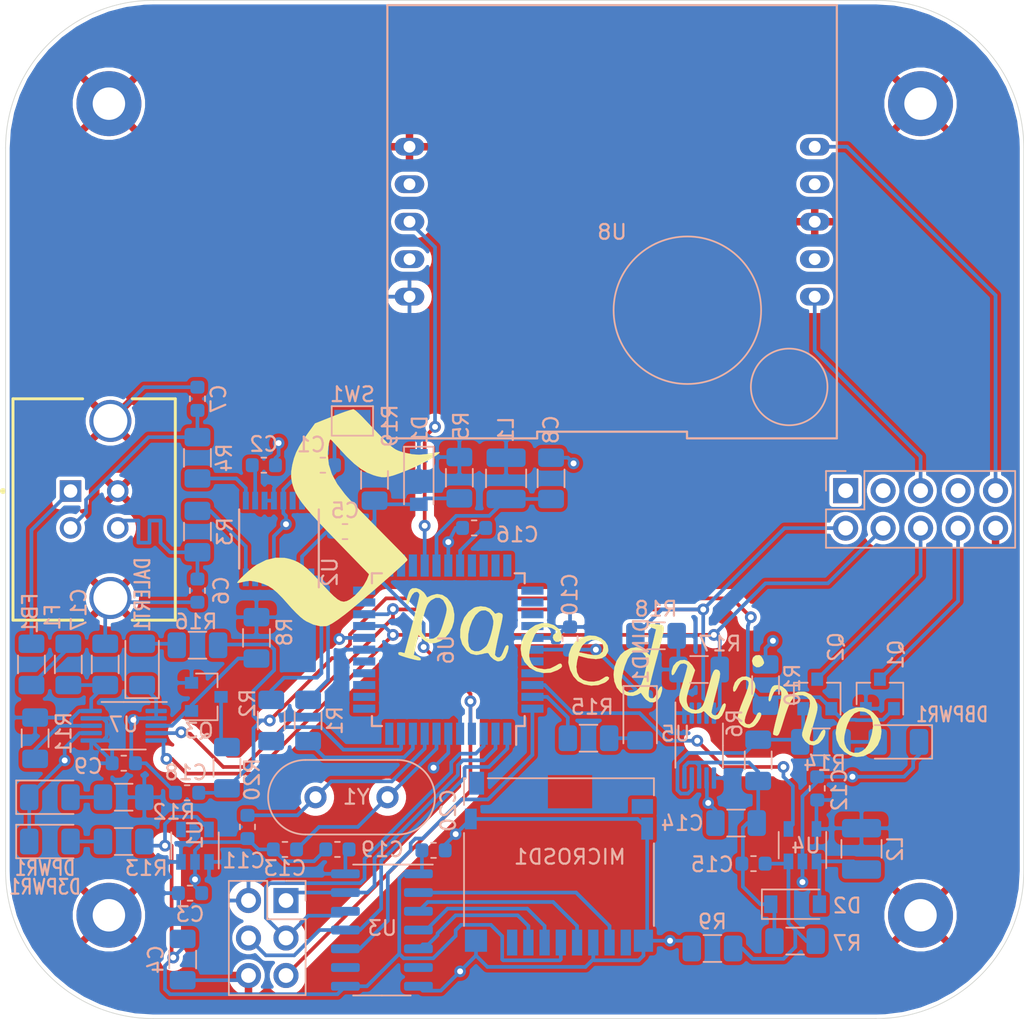
<source format=kicad_pcb>
(kicad_pcb (version 20171130) (host pcbnew 5.1.6+dfsg1-1)
  (layers (0 F.Cu signal) (31 B.Cu signal) (34 B.Paste user) (35 F.Paste user) (36 B.SilkS user) (37 F.SilkS user hide) (38 B.Mask user) (39 F.Mask user) (44 Edge.Cuts user))
  (net 0 "")
  (net 1 GND)
  (net 2 +5V)
  (net 3 "Net-(C2-Pad2)")
  (net 4 +3V0)
  (net 5 "Net-(C5-Pad2)")
  (net 6 ~reset)
  (net 7 "Net-(C8-Pad1)")
  (net 8 "Net-(C14-Pad1)")
  (net 9 "Net-(C16-Pad1)")
  (net 10 "Net-(C17-Pad1)")
  (net 11 vusb)
  (net 12 VDDF)
  (net 13 rxd0)
  (net 14 txd0)
  (net 15 a0)
  (net 16 a1)
  (net 17 a7)
  (net 18 "Net-(R19-Pad1)")
  (net 19 13)
  (net 20 "Net-(U1-Pad4)")
  (net 21 "Net-(U2-Pad16)")
  (net 22 "Net-(U2-Pad15)")
  (net 23 "Net-(U2-Pad14)")
  (net 24 "Net-(U2-Pad7)")
  (net 25 "Net-(U2-Pad6)")
  (net 26 "Net-(U3-Pad9)")
  (net 27 "Net-(U3-Pad6)")
  (net 28 3)
  (net 29 1)
  (net 30 0)
  (net 31 a2)
  (net 32 a3)
  (net 33 a4)
  (net 34 a5)
  (net 35 a6)
  (net 36 23)
  (net 37 22)
  (net 38 21)
  (net 39 20)
  (net 40 19)
  (net 41 18)
  (net 42 i2c_sda)
  (net 43 i2c_scl)
  (net 44 15)
  (net 45 14)
  (net 46 12)
  (net 47 11_txd1)
  (net 48 10_rxd1)
  (net 49 "Net-(C11-Pad1)")
  (net 50 "Net-(C13-Pad1)")
  (net 51 "Net-(C15-Pad2)")
  (net 52 "Net-(D2-Pad2)")
  (net 53 "Net-(D3PWR1-Pad2)")
  (net 54 "Net-(DALERT1-Pad2)")
  (net 55 "Net-(DBPWR1-Pad2)")
  (net 56 "Net-(DIND1-Pad2)")
  (net 57 "Net-(DPWR1-Pad2)")
  (net 58 "Net-(R1-Pad2)")
  (net 59 "Net-(R2-Pad2)")
  (net 60 "Net-(R3-Pad1)")
  (net 61 "Net-(R4-Pad1)")
  (net 62 "Net-(U5-Pad3)")
  (net 63 d+)
  (net 64 d-)
  (net 65 4_sd_ss)
  (net 66 "Net-(F1-Pad2)")
  (net 67 "Net-(J4-Pad8)")
  (net 68 "Net-(J4-Pad7)")
  (net 69 "Net-(J4-Pad6)")
  (net 70 "Net-(MICROSD1-Pad10)")
  (net 71 "Net-(MICROSD1-Pad1)")
  (net 72 "Net-(MICROSD1-Pad2)")
  (net 73 "Net-(MICROSD1-Pad3)")
  (net 74 "Net-(MICROSD1-Pad5)")
  (net 75 "Net-(MICROSD1-Pad7)")
  (net 76 "Net-(MICROSD1-Pad9)")
  (net 77 "Net-(MICROSD1-Pad8)")
  (net 78 "Net-(J4-Pad3)")
  (net 79 "Net-(J4-Pad1)")
  (net 80 current_trip)
  (net 81 2_boost_en)
  (net 82 "Net-(Q3-Pad1)")
  (net 83 6_spi_miso)
  (net 84 7_spi_sck)
  (net 85 5_spi_mosi)
  (net 86 "Net-(Q3-Pad3)")
  (net 87 pump+)
  (net 88 pump-)
  (net 89 "Net-(U8-Pad4)")
  (net 90 "Net-(U8-Pad2)")
  (module Spaceduino:MPD200A (layer B.Cu) (at 97.1 71 90)
    (fp_text reference U8 (at -0.7 0) (layer B.SilkS) (effects (justify mirror)))
    (fp_text value MPD200A)
    (pad 5 thru_hole oval (at 5.08 -13.73 90) (size 1.2 2) (drill 0.8) (layers *.Cu *.Mask) (net 1 GND))
    (pad 6 thru_hole oval (at 5.08 13.73 90) (size 1.2 2) (drill 0.8) (layers *.Cu *.Mask) (net 88 pump-))
    (pad 4 thru_hole oval (at 2.54 -13.73 90) (size 1.2 2) (drill 0.8) (layers *.Cu *.Mask) (net 89 "Net-(U8-Pad4)"))
    (pad 7 thru_hole oval (at 2.54 13.73 90) (size 1.2 2) (drill 0.8) (layers *.Cu *.Mask))
    (pad 3 thru_hole oval (at 0 -13.73 90) (size 1.2 2) (drill 0.8) (layers *.Cu *.Mask) (net 36 23))
    (pad 8 thru_hole oval (at 0 13.73 90) (size 1.2 2) (drill 0.8) (layers *.Cu *.Mask) (net 1 GND))
    (pad 2 thru_hole oval (at -2.54 -13.73 90) (size 1.2 2) (drill 0.8) (layers *.Cu *.Mask) (net 90 "Net-(U8-Pad2)"))
    (pad 9 thru_hole oval (at -2.54 13.73 90) (size 1.2 2) (drill 0.8) (layers *.Cu *.Mask))
    (pad 1 thru_hole oval (at -5.08 -13.73 90) (size 1.2 2) (drill 0.8) (layers *.Cu *.Mask) (net 2 +5V))
    (pad 10 thru_hole oval (at -5.08 13.73 90) (size 1.2 2) (drill 0.8) (layers *.Cu *.Mask) (net 87 pump+))
  )
  (module Capacitor_SMD:C_0603_1608Metric (layer B.Cu) (at 85 113.6)
    (fp_text reference C20 (at 1 -2.7 90) (layer B.SilkS) (effects (justify mirror)))
    (fp_text value .1uF)
    (pad 2 smd roundrect (at 0.7875 0) (size 0.875 0.95) (layers B.Cu B.Paste B.Mask) (net 1 GND))
    (pad 1 smd roundrect (at -0.7875 0) (size 0.875 0.95) (layers B.Cu B.Paste B.Mask) (net 4 +3V0))
  )
  (module Package_TO_SOT_SMD:SOT-23 (layer B.Cu) (at 69.6 103.2)
    (fp_text reference Q3 (at -0.5 2.3 180) (layer B.SilkS) (effects (justify mirror)))
    (fp_text value BSS84)
    (pad 3 smd rect (at 1 0) (size 0.9 0.8) (layers B.Cu B.Paste B.Mask) (net 86 "Net-(Q3-Pad3)"))
    (pad 2 smd rect (at -1 -0.95) (size 0.9 0.8) (layers B.Cu B.Paste B.Mask) (net 2 +5V))
    (pad 1 smd rect (at -1 0.95) (size 0.9 0.8) (layers B.Cu B.Paste B.Mask) (net 82 "Net-(Q3-Pad1)"))
  )
  (module Resistor_SMD:R_1206_3216Metric (layer B.Cu) (at 73 99.2 270)
    (fp_text reference R8 (at -0.4 -1.9 90) (layer B.SilkS) (effects (justify mirror)))
    (fp_text value 10k)
    (pad 2 smd roundrect (at 1.4 0 270) (size 1.25 1.75) (layers B.Cu B.Paste B.Mask) (roundrect_rratio 0.2) (net 82 "Net-(Q3-Pad1)"))
    (pad 1 smd roundrect (at -1.4 0 270) (size 1.25 1.75) (layers B.Cu B.Paste B.Mask) (roundrect_rratio 0.2) (net 2 +5V))
  )
  (module MountingHole:MountingHole_2.2mm_M2_Pad (layer F.Cu) (at 118 118)
    (fp_text reference H4 hide)
    (fp_text value MountingHole_Pad)
    (pad 1 thru_hole circle (at 0 0) (size 4.4 4.4) (drill 2.2) (layers *.Cu *.Mask) (net 1 GND))
  )
  (module MountingHole:MountingHole_2.2mm_M2_Pad (layer F.Cu) (at 118 63)
    (fp_text reference H3 hide)
    (fp_text value MountingHole_Pad)
    (pad 1 thru_hole circle (at 0 0) (size 4.4 4.4) (drill 2.2) (layers *.Cu *.Mask) (net 1 GND))
  )
  (module MountingHole:MountingHole_2.2mm_M2_Pad (layer F.Cu) (at 63 118)
    (fp_text reference H2 hide)
    (fp_text value MountingHole_Pad)
    (pad 1 thru_hole circle (at 0 0) (size 4.4 4.4) (drill 2.2) (layers *.Cu *.Mask) (net 1 GND))
  )
  (module MountingHole:MountingHole_2.2mm_M2_Pad (layer F.Cu) (at 63 63)
    (fp_text reference H1 hide)
    (fp_text value MountingHole_Pad)
    (pad 1 thru_hole circle (at 0 0) (size 4.4 4.4) (drill 2.2) (layers *.Cu *.Mask) (net 1 GND))
  )
  (module Package_QFP:TQFP-44_10x10mm_P0.8mm (layer B.Cu) (at 86 100 90)
    (fp_text reference U6 (at 0 -0.148 90) (layer B.SilkS) (effects (justify mirror)))
    (fp_text value ATmega1284P-AU)
    (pad 44 smd rect (at -4 5.7) (size 1.5 0.55) (layers B.Cu B.Paste B.Mask) (net 65 4_sd_ss))
    (pad 43 smd rect (at -3.2 5.7) (size 1.5 0.55) (layers B.Cu B.Paste B.Mask) (net 28 3))
    (pad 42 smd rect (at -2.4 5.7) (size 1.5 0.55) (layers B.Cu B.Paste B.Mask) (net 81 2_boost_en))
    (pad 41 smd rect (at -1.6 5.7) (size 1.5 0.55) (layers B.Cu B.Paste B.Mask) (net 29 1))
    (pad 40 smd rect (at -0.8 5.7) (size 1.5 0.55) (layers B.Cu B.Paste B.Mask) (net 30 0))
    (pad 39 smd rect (at 0 5.7) (size 1.5 0.55) (layers B.Cu B.Paste B.Mask) (net 1 GND))
    (pad 38 smd rect (at 0.8 5.7) (size 1.5 0.55) (layers B.Cu B.Paste B.Mask) (net 2 +5V))
    (pad 37 smd rect (at 1.6 5.7) (size 1.5 0.55) (layers B.Cu B.Paste B.Mask) (net 15 a0))
    (pad 36 smd rect (at 2.4 5.7) (size 1.5 0.55) (layers B.Cu B.Paste B.Mask) (net 16 a1))
    (pad 35 smd rect (at 3.2 5.7) (size 1.5 0.55) (layers B.Cu B.Paste B.Mask) (net 31 a2))
    (pad 34 smd rect (at 4 5.7) (size 1.5 0.55) (layers B.Cu B.Paste B.Mask) (net 32 a3))
    (pad 33 smd rect (at 5.7 4 90) (size 1.5 0.55) (layers B.Cu B.Paste B.Mask) (net 33 a4))
    (pad 32 smd rect (at 5.7 3.2 90) (size 1.5 0.55) (layers B.Cu B.Paste B.Mask) (net 34 a5))
    (pad 31 smd rect (at 5.7 2.4 90) (size 1.5 0.55) (layers B.Cu B.Paste B.Mask) (net 35 a6))
    (pad 30 smd rect (at 5.7 1.6 90) (size 1.5 0.55) (layers B.Cu B.Paste B.Mask) (net 17 a7))
    (pad 29 smd rect (at 5.7 0.8 90) (size 1.5 0.55) (layers B.Cu B.Paste B.Mask) (net 9 "Net-(C16-Pad1)"))
    (pad 28 smd rect (at 5.7 0 90) (size 1.5 0.55) (layers B.Cu B.Paste B.Mask) (net 1 GND))
    (pad 27 smd rect (at 5.7 -0.8 90) (size 1.5 0.55) (layers B.Cu B.Paste B.Mask) (net 7 "Net-(C8-Pad1)"))
    (pad 26 smd rect (at 5.7 -1.6 90) (size 1.5 0.55) (layers B.Cu B.Paste B.Mask) (net 36 23))
    (pad 25 smd rect (at 5.7 -2.4 90) (size 1.5 0.55) (layers B.Cu B.Paste B.Mask) (net 37 22))
    (pad 24 smd rect (at 5.7 -3.2 90) (size 1.5 0.55) (layers B.Cu B.Paste B.Mask) (net 38 21))
    (pad 23 smd rect (at 5.7 -4 90) (size 1.5 0.55) (layers B.Cu B.Paste B.Mask) (net 39 20))
    (pad 22 smd rect (at 4 -5.7) (size 1.5 0.55) (layers B.Cu B.Paste B.Mask) (net 40 19))
    (pad 21 smd rect (at 3.2 -5.7) (size 1.5 0.55) (layers B.Cu B.Paste B.Mask) (net 41 18))
    (pad 20 smd rect (at 2.4 -5.7) (size 1.5 0.55) (layers B.Cu B.Paste B.Mask) (net 42 i2c_sda))
    (pad 19 smd rect (at 1.6 -5.7) (size 1.5 0.55) (layers B.Cu B.Paste B.Mask) (net 43 i2c_scl))
    (pad 18 smd rect (at 0.8 -5.7) (size 1.5 0.55) (layers B.Cu B.Paste B.Mask) (net 1 GND))
    (pad 17 smd rect (at 0 -5.7) (size 1.5 0.55) (layers B.Cu B.Paste B.Mask) (net 2 +5V))
    (pad 16 smd rect (at -0.8 -5.7) (size 1.5 0.55) (layers B.Cu B.Paste B.Mask) (net 44 15))
    (pad 15 smd rect (at -1.6 -5.7) (size 1.5 0.55) (layers B.Cu B.Paste B.Mask) (net 45 14))
    (pad 14 smd rect (at -2.4 -5.7) (size 1.5 0.55) (layers B.Cu B.Paste B.Mask) (net 19 13))
    (pad 13 smd rect (at -3.2 -5.7) (size 1.5 0.55) (layers B.Cu B.Paste B.Mask) (net 46 12))
    (pad 12 smd rect (at -4 -5.7) (size 1.5 0.55) (layers B.Cu B.Paste B.Mask) (net 47 11_txd1))
    (pad 11 smd rect (at -5.7 -4 90) (size 1.5 0.55) (layers B.Cu B.Paste B.Mask) (net 48 10_rxd1))
    (pad 10 smd rect (at -5.7 -3.2 90) (size 1.5 0.55) (layers B.Cu B.Paste B.Mask) (net 14 txd0))
    (pad 9 smd rect (at -5.7 -2.4 90) (size 1.5 0.55) (layers B.Cu B.Paste B.Mask) (net 13 rxd0))
    (pad 8 smd rect (at -5.7 -1.6 90) (size 1.5 0.55) (layers B.Cu B.Paste B.Mask) (net 49 "Net-(C11-Pad1)"))
    (pad 7 smd rect (at -5.7 -0.8 90) (size 1.5 0.55) (layers B.Cu B.Paste B.Mask) (net 50 "Net-(C13-Pad1)"))
    (pad 6 smd rect (at -5.7 0 90) (size 1.5 0.55) (layers B.Cu B.Paste B.Mask) (net 1 GND))
    (pad 5 smd rect (at -5.7 0.8 90) (size 1.5 0.55) (layers B.Cu B.Paste B.Mask) (net 2 +5V))
    (pad 4 smd rect (at -5.7 1.6 90) (size 1.5 0.55) (layers B.Cu B.Paste B.Mask) (net 6 ~reset))
    (pad 3 smd rect (at -5.7 2.4 90) (size 1.5 0.55) (layers B.Cu B.Paste B.Mask) (net 84 7_spi_sck))
    (pad 2 smd rect (at -5.7 3.2 90) (size 1.5 0.55) (layers B.Cu B.Paste B.Mask) (net 83 6_spi_miso))
    (pad 1 smd rect (at -5.7 4 90) (size 1.5 0.55) (layers B.Cu B.Paste B.Mask) (net 85 5_spi_mosi))
  )
  (module Spaceduino:spaceduino-logo (layer F.Cu) (at 95.504 95.25 345)
    (fp_text reference LOGO1 hide)
    (fp_text value Logo_Open_Hardware_Small hide)
  )
  (module Package_TO_SOT_SMD:SOT-23-5 (layer B.Cu) (at 68.834 113.284 90)
    (fp_text reference U1 (at 0.762 0 90) (layer B.SilkS) (effects (justify mirror)))
    (fp_text value TLV70030_SOT23-5)
    (pad 5 smd rect (at 1.1 0.95 90) (size 1.06 0.65) (layers B.Cu B.Paste B.Mask) (net 4 +3V0))
    (pad 4 smd rect (at 1.1 -0.95 90) (size 1.06 0.65) (layers B.Cu B.Paste B.Mask) (net 20 "Net-(U1-Pad4)"))
    (pad 3 smd rect (at -1.1 -0.95 90) (size 1.06 0.65) (layers B.Cu B.Paste B.Mask) (net 2 +5V))
    (pad 2 smd rect (at -1.1 0 90) (size 1.06 0.65) (layers B.Cu B.Paste B.Mask) (net 1 GND))
    (pad 1 smd rect (at -1.1 0.95 90) (size 1.06 0.65) (layers B.Cu B.Paste B.Mask) (net 2 +5V))
  )
  (module Capacitor_SMD:C_0603_1608Metric (layer B.Cu) (at 72.39 112.014 270)
    (fp_text reference C11 (at 2.286 0.254) (layer B.SilkS) (effects (justify mirror)))
    (fp_text value 22pF)
    (pad 2 smd roundrect (at 0.7875 0 270) (size 0.875 0.95) (layers B.Cu B.Paste B.Mask) (net 1 GND))
    (pad 1 smd roundrect (at -0.7875 0 270) (size 0.875 0.95) (layers B.Cu B.Paste B.Mask) (net 49 "Net-(C11-Pad1)"))
  )
  (module Crystal:Crystal_HC49-U_Vertical (layer B.Cu) (at 77 110)
    (fp_text reference Y1 (at 2.756 -0.018) (layer B.SilkS) (effects (justify mirror)))
    (fp_text value Crystal)
    (pad 2 thru_hole circle (at 4.88 0) (size 1.5 1.5) (drill 0.8) (layers *.Cu *.Mask) (net 50 "Net-(C13-Pad1)"))
    (pad 1 thru_hole circle (at 0 0) (size 1.5 1.5) (drill 0.8) (layers *.Cu *.Mask) (net 49 "Net-(C11-Pad1)"))
  )
  (module Resistor_SMD:R_1206_3216Metric (layer B.Cu) (at 100.076 99.06 180)
    (fp_text reference R18 (at 0 1.82) (layer B.SilkS) (effects (justify mirror)))
    (fp_text value 3.3k)
    (pad 2 smd roundrect (at 1.4 0 180) (size 1.25 1.75) (layers B.Cu B.Paste B.Mask) (roundrect_rratio 0.2) (net 42 i2c_sda))
    (pad 1 smd roundrect (at -1.4 0 180) (size 1.25 1.75) (layers B.Cu B.Paste B.Mask) (roundrect_rratio 0.2) (net 2 +5V))
  )
  (module Resistor_SMD:R_1206_3216Metric (layer B.Cu) (at 102.994 101.346)
    (fp_text reference R17 (at 1.406 -1.746) (layer B.SilkS) (effects (justify mirror)))
    (fp_text value 3.3k)
    (pad 2 smd roundrect (at 1.4 0) (size 1.25 1.75) (layers B.Cu B.Paste B.Mask) (roundrect_rratio 0.2) (net 43 i2c_scl))
    (pad 1 smd roundrect (at -1.4 0) (size 1.25 1.75) (layers B.Cu B.Paste B.Mask) (roundrect_rratio 0.2) (net 2 +5V))
  )
  (module Capacitor_SMD:C_0603_1608Metric (layer B.Cu) (at 78.486 113.538 180)
    (fp_text reference C19 (at -3.048 0) (layer B.SilkS) (effects (justify mirror)))
    (fp_text value .1uF)
    (pad 2 smd roundrect (at 0.7875 0 180) (size 0.875 0.95) (layers B.Cu B.Paste B.Mask) (net 1 GND))
    (pad 1 smd roundrect (at -0.7875 0 180) (size 0.875 0.95) (layers B.Cu B.Paste B.Mask) (net 2 +5V))
  )
  (module Capacitor_SMD:C_0603_1608Metric (layer B.Cu) (at 64.008 107.696)
    (fp_text reference C9 (at -2.408 0.204) (layer B.SilkS) (effects (justify mirror)))
    (fp_text value .1uF)
    (pad 2 smd roundrect (at 0.7875 0) (size 0.875 0.95) (layers B.Cu B.Paste B.Mask) (net 1 GND))
    (pad 1 smd roundrect (at -0.7875 0) (size 0.875 0.95) (layers B.Cu B.Paste B.Mask) (net 2 +5V))
  )
  (module Connector_Card:microSD_HC_Hirose_DM3D-SF (layer B.Cu) (at 93.5 114.5 180)
    (fp_text reference MICROSD1 (at -0.734 0.454) (layer B.SilkS) (effects (justify mirror)))
    (fp_text value Micro_SD_Card_Det)
    (pad 10 smd rect (at 5.575 5.45 180) (size 1 1.55) (layers B.Cu B.Paste B.Mask) (net 70 "Net-(MICROSD1-Pad10)"))
    (pad 11 smd rect (at 5.625 -5.225 180) (size 1.5 1.5) (layers B.Cu B.Paste B.Mask) (net 1 GND))
    (pad 1 smd rect (at 3.175 -5.35 180) (size 0.7 1.75) (layers B.Cu B.Paste B.Mask) (net 71 "Net-(MICROSD1-Pad1)"))
    (pad 2 smd rect (at 2.075 -5.35 180) (size 0.7 1.75) (layers B.Cu B.Paste B.Mask) (net 72 "Net-(MICROSD1-Pad2)"))
    (pad 3 smd rect (at 0.975 -5.35 180) (size 0.7 1.75) (layers B.Cu B.Paste B.Mask) (net 73 "Net-(MICROSD1-Pad3)"))
    (pad 4 smd rect (at -0.125 -5.35 180) (size 0.7 1.75) (layers B.Cu B.Paste B.Mask) (net 4 +3V0))
    (pad 5 smd rect (at -1.225 -5.35 180) (size 0.7 1.75) (layers B.Cu B.Paste B.Mask) (net 74 "Net-(MICROSD1-Pad5)"))
    (pad 6 smd rect (at -2.325 -5.35 180) (size 0.7 1.75) (layers B.Cu B.Paste B.Mask) (net 1 GND))
    (pad 7 smd rect (at -3.425 -5.35 180) (size 0.7 1.75) (layers B.Cu B.Paste B.Mask) (net 75 "Net-(MICROSD1-Pad7)"))
    (pad 11 smd rect (at 5.975 3.025 180) (size 0.8 1.4) (layers B.Cu B.Paste B.Mask) (net 1 GND))
    (pad 9 smd rect (at -5.65 3.875 180) (size 1.45 1) (layers B.Cu B.Paste B.Mask) (net 76 "Net-(MICROSD1-Pad9)"))
    (pad 11 smd rect (at -5.975 2.375 180) (size 0.8 1.5) (layers B.Cu B.Paste B.Mask) (net 1 GND))
    (pad 11 smd rect (at -5.725 -5.225 180) (size 1.3 1.5) (layers B.Cu B.Paste B.Mask) (net 1 GND))
    (pad 8 smd rect (at -4.525 -5.35 180) (size 0.7 1.75) (layers B.Cu B.Paste B.Mask) (net 77 "Net-(MICROSD1-Pad8)"))
  )
  (module Capacitor_SMD:C_1206_3216Metric (layer B.Cu) (at 92.964 88.392 90)
    (fp_text reference C8 (at 3.302 0 90) (layer B.SilkS) (effects (justify mirror)))
    (fp_text value 10uF)
    (pad 2 smd roundrect (at 1.4 0 90) (size 1.25 1.75) (layers B.Cu B.Paste B.Mask) (roundrect_rratio 0.2) (net 1 GND))
    (pad 1 smd roundrect (at -1.4 0 90) (size 1.25 1.75) (layers B.Cu B.Paste B.Mask) (roundrect_rratio 0.2) (net 7 "Net-(C8-Pad1)"))
  )
  (module Inductor_SMD:L_1210_3225Metric (layer B.Cu) (at 89.916 88.392 270)
    (fp_text reference L1 (at -3.302 0 90) (layer B.SilkS) (effects (justify mirror)))
    (fp_text value L)
    (pad 2 smd roundrect (at 1.4 0 270) (size 1.25 2.65) (layers B.Cu B.Paste B.Mask) (roundrect_rratio 0.2) (net 7 "Net-(C8-Pad1)"))
    (pad 1 smd roundrect (at -1.4 0 270) (size 1.25 2.65) (layers B.Cu B.Paste B.Mask) (roundrect_rratio 0.2) (net 2 +5V))
  )
  (module Connector_PinHeader_2.54mm:PinHeader_2x05_P2.54mm_Vertical (layer B.Cu) (at 112.925 89.225 270)
    (fp_text reference J4 hide)
    (fp_text value Conn_02x05_Odd_Even)
    (pad 10 thru_hole oval (at 2.54 -10.16 270) (size 1.7 1.7) (drill 1) (layers *.Cu *.Mask) (net 1 GND))
    (pad 9 thru_hole oval (at 0 -10.16 270) (size 1.7 1.7) (drill 1) (layers *.Cu *.Mask) (net 88 pump-))
    (pad 8 thru_hole oval (at 2.54 -7.62 270) (size 1.7 1.7) (drill 1) (layers *.Cu *.Mask) (net 67 "Net-(J4-Pad8)"))
    (pad 7 thru_hole oval (at 0 -7.62 270) (size 1.7 1.7) (drill 1) (layers *.Cu *.Mask) (net 68 "Net-(J4-Pad7)"))
    (pad 6 thru_hole oval (at 2.54 -5.08 270) (size 1.7 1.7) (drill 1) (layers *.Cu *.Mask) (net 69 "Net-(J4-Pad6)"))
    (pad 5 thru_hole oval (at 0 -5.08 270) (size 1.7 1.7) (drill 1) (layers *.Cu *.Mask) (net 87 pump+))
    (pad 4 thru_hole oval (at 2.54 -2.54 270) (size 1.7 1.7) (drill 1) (layers *.Cu *.Mask) (net 43 i2c_scl))
    (pad 3 thru_hole oval (at 0 -2.54 270) (size 1.7 1.7) (drill 1) (layers *.Cu *.Mask) (net 78 "Net-(J4-Pad3)"))
    (pad 2 thru_hole oval (at 2.54 0 270) (size 1.7 1.7) (drill 1) (layers *.Cu *.Mask) (net 42 i2c_sda))
    (pad 1 thru_hole rect (at 0 0 270) (size 1.7 1.7) (drill 1) (layers *.Cu *.Mask) (net 79 "Net-(J4-Pad1)"))
  )
  (module Capacitor_SMD:C_1206_3216Metric (layer B.Cu) (at 62.75 101 90)
    (fp_text reference C17 (at 3.718 -1.79 270) (layer B.SilkS) (effects (justify mirror)))
    (fp_text value 10uF)
    (pad 2 smd roundrect (at 1.4 0 90) (size 1.25 1.75) (layers B.Cu B.Paste B.Mask) (roundrect_rratio 0.2) (net 1 GND))
    (pad 1 smd roundrect (at -1.4 0 90) (size 1.25 1.75) (layers B.Cu B.Paste B.Mask) (roundrect_rratio 0.2) (net 10 "Net-(C17-Pad1)"))
  )
  (module LED_SMD:LED_1206_3216Metric (layer B.Cu) (at 65.25 101 90)
    (fp_text reference DALERT1 (at 4.734 0.028 90) (layer B.SilkS) (effects (font (size 1 0.8)) (justify mirror)))
    (fp_text value LED)
    (pad 2 smd roundrect (at 1.4 0 90) (size 1.25 1.75) (layers B.Cu B.Paste B.Mask) (roundrect_rratio 0.2) (net 54 "Net-(DALERT1-Pad2)"))
    (pad 1 smd roundrect (at -1.4 0 90) (size 1.25 1.75) (layers B.Cu B.Paste B.Mask) (roundrect_rratio 0.2) (net 1 GND))
  )
  (module Resistor_SMD:R_1206_3216Metric (layer B.Cu) (at 69 99.7 180)
    (fp_text reference R16 (at 0.1 1.6) (layer B.SilkS) (effects (justify mirror)))
    (fp_text value 1.5k)
    (pad 2 smd roundrect (at 1.4 0 180) (size 1.25 1.75) (layers B.Cu B.Paste B.Mask) (roundrect_rratio 0.2) (net 54 "Net-(DALERT1-Pad2)"))
    (pad 1 smd roundrect (at -1.4 0 180) (size 1.25 1.75) (layers B.Cu B.Paste B.Mask) (roundrect_rratio 0.2) (net 80 current_trip))
  )
  (module Inductor_SMD:L_1206_3216Metric (layer B.Cu) (at 57.75 101 270)
    (fp_text reference FB1 (at -3.464 0.092 90) (layer B.SilkS) (effects (justify mirror)))
    (fp_text value Ferrite_Bead)
    (pad 2 smd roundrect (at 1.4 0 270) (size 1.25 1.75) (layers B.Cu B.Paste B.Mask) (roundrect_rratio 0.2) (net 66 "Net-(F1-Pad2)"))
    (pad 1 smd roundrect (at -1.4 0 270) (size 1.25 1.75) (layers B.Cu B.Paste B.Mask) (roundrect_rratio 0.2) (net 11 vusb))
  )
  (module Resistor_SMD:R_1206_3216Metric (layer B.Cu) (at 71 108 90)
    (fp_text reference R20 (at -0.8 1.7 90) (layer B.SilkS) (effects (justify mirror)))
    (fp_text value 100)
    (pad 2 smd roundrect (at 1.4 0 90) (size 1.25 1.75) (layers B.Cu B.Paste B.Mask) (roundrect_rratio 0.2) (net 86 "Net-(Q3-Pad3)"))
    (pad 1 smd roundrect (at -1.4 0 90) (size 1.25 1.75) (layers B.Cu B.Paste B.Mask) (roundrect_rratio 0.2) (net 80 current_trip))
  )
  (module Capacitor_SMD:C_0603_1608Metric (layer B.Cu) (at 106.68 114.5)
    (fp_text reference C15 (at -2.794 0.054) (layer B.SilkS) (effects (justify mirror)))
    (fp_text value 1.5nF)
    (pad 2 smd roundrect (at 0.7875 0) (size 0.875 0.95) (layers B.Cu B.Paste B.Mask) (net 51 "Net-(C15-Pad2)"))
    (pad 1 smd roundrect (at -0.7875 0) (size 0.875 0.95) (layers B.Cu B.Paste B.Mask) (net 8 "Net-(C14-Pad1)"))
  )
  (module Jumper:SolderJumper-2_P1.3mm_Open_TrianglePad1.0x1.5mm (layer B.Cu) (at 79.5 84.5 180)
    (fp_text reference SW1 (at 0 1.8) (layer B.SilkS) (effects (justify mirror)))
    (fp_text value SW_SPST)
    (pad 1 smd custom (at -0.725 0 180) (size 0.3 0.3) (layers B.Cu B.Mask) (net 18 "Net-(R19-Pad1)") (options (clearance outline) (anchor rect)) (primitives (gr_poly (pts (xy -0.5 0.75) (xy 0.5 0.75) (xy 1 0) (xy 0.5 -0.75) (xy -0.5 -0.75)) (width 0))))
    (pad 2 smd custom (at 0.725 0 180) (size 0.3 0.3) (layers B.Cu B.Mask) (net 1 GND) (options (clearance outline) (anchor rect)) (primitives (gr_poly (pts (xy -0.65 0.75) (xy 0.5 0.75) (xy 0.5 -0.75) (xy -0.65 -0.75) (xy -0.15 0)) (width 0))))
  )
  (module Resistor_SMD:R_1206_3216Metric (layer B.Cu) (at 81 88.5 270)
    (fp_text reference R19 (at -3.664 -1.042 270) (layer B.SilkS) (effects (justify mirror)))
    (fp_text value 100)
    (pad 2 smd roundrect (at 1.4 0 270) (size 1.25 1.75) (layers B.Cu B.Paste B.Mask) (roundrect_rratio 0.2) (net 6 ~reset))
    (pad 1 smd roundrect (at -1.4 0 270) (size 1.25 1.75) (layers B.Cu B.Paste B.Mask) (roundrect_rratio 0.2) (net 18 "Net-(R19-Pad1)"))
  )
  (module Package_SO:VSSOP-10_3x3mm_P0.5mm (layer B.Cu) (at 64 105.156 180)
    (fp_text reference U7 (at 0 0.082 180) (layer B.SilkS) (effects (justify mirror)))
    (fp_text value INA226)
    (pad 10 smd roundrect (at 2.2 1 180) (size 1.45 0.3) (layers B.Cu B.Paste B.Mask) (net 10 "Net-(C17-Pad1)"))
    (pad 9 smd roundrect (at 2.2 0.5 180) (size 1.45 0.3) (layers B.Cu B.Paste B.Mask) (net 2 +5V))
    (pad 8 smd roundrect (at 2.2 0 180) (size 1.45 0.3) (layers B.Cu B.Paste B.Mask) (net 10 "Net-(C17-Pad1)"))
    (pad 7 smd roundrect (at 2.2 -0.5 180) (size 1.45 0.3) (layers B.Cu B.Paste B.Mask) (net 1 GND))
    (pad 6 smd roundrect (at 2.2 -1 180) (size 1.45 0.3) (layers B.Cu B.Paste B.Mask) (net 2 +5V))
    (pad 5 smd roundrect (at -2.2 -1 180) (size 1.45 0.3) (layers B.Cu B.Paste B.Mask) (net 43 i2c_scl))
    (pad 4 smd roundrect (at -2.2 -0.5 180) (size 1.45 0.3) (layers B.Cu B.Paste B.Mask) (net 42 i2c_sda))
    (pad 3 smd roundrect (at -2.2 0 180) (size 1.45 0.3) (layers B.Cu B.Paste B.Mask) (net 82 "Net-(Q3-Pad1)"))
    (pad 2 smd roundrect (at -2.2 0.5 180) (size 1.45 0.3) (layers B.Cu B.Paste B.Mask) (net 1 GND))
    (pad 1 smd roundrect (at -2.2 1 180) (size 1.45 0.3) (layers B.Cu B.Paste B.Mask) (net 1 GND))
  )
  (module Package_SO:VSSOP-10_3x3mm_P0.5mm (layer B.Cu) (at 103 106.5 270)
    (fp_text reference U5 (at -0.8 1.6 180) (layer B.SilkS) (effects (justify mirror)))
    (fp_text value INA226)
    (pad 10 smd roundrect (at 2.2 1 270) (size 1.45 0.3) (layers B.Cu B.Paste B.Mask) (net 8 "Net-(C14-Pad1)"))
    (pad 9 smd roundrect (at 2.2 0.5 270) (size 1.45 0.3) (layers B.Cu B.Paste B.Mask) (net 12 VDDF))
    (pad 8 smd roundrect (at 2.2 0 270) (size 1.45 0.3) (layers B.Cu B.Paste B.Mask) (net 8 "Net-(C14-Pad1)"))
    (pad 7 smd roundrect (at 2.2 -0.5 270) (size 1.45 0.3) (layers B.Cu B.Paste B.Mask) (net 1 GND))
    (pad 6 smd roundrect (at 2.2 -1 270) (size 1.45 0.3) (layers B.Cu B.Paste B.Mask) (net 2 +5V))
    (pad 5 smd roundrect (at -2.2 -1 270) (size 1.45 0.3) (layers B.Cu B.Paste B.Mask) (net 43 i2c_scl))
    (pad 4 smd roundrect (at -2.2 -0.5 270) (size 1.45 0.3) (layers B.Cu B.Paste B.Mask) (net 42 i2c_sda))
    (pad 3 smd roundrect (at -2.2 0 270) (size 1.45 0.3) (layers B.Cu B.Paste B.Mask) (net 62 "Net-(U5-Pad3)"))
    (pad 2 smd roundrect (at -2.2 0.5 270) (size 1.45 0.3) (layers B.Cu B.Paste B.Mask) (net 2 +5V))
    (pad 1 smd roundrect (at -2.2 1 270) (size 1.45 0.3) (layers B.Cu B.Paste B.Mask) (net 2 +5V))
  )
  (module Resistor_SMD:R_1206_3216Metric (layer B.Cu) (at 107.5 102.4 90)
    (fp_text reference R10 (at 0 1.82 90) (layer B.SilkS) (effects (justify mirror)))
    (fp_text value 36k)
    (pad 2 smd roundrect (at 1.4 0 90) (size 1.25 1.75) (layers B.Cu B.Paste B.Mask) (roundrect_rratio 0.2) (net 1 GND))
    (pad 1 smd roundrect (at -1.4 0 90) (size 1.25 1.75) (layers B.Cu B.Paste B.Mask) (roundrect_rratio 0.2) (net 80 current_trip))
  )
  (module Resistor_SMD:R_1206_3216Metric (layer B.Cu) (at 107 107.5 270)
    (fp_text reference R6 (at -2.5 1.6 90) (layer B.SilkS) (effects (justify mirror)))
    (fp_text value 50m)
    (pad 2 smd roundrect (at 1.4 0 270) (size 1.25 1.75) (layers B.Cu B.Paste B.Mask) (roundrect_rratio 0.2) (net 8 "Net-(C14-Pad1)"))
    (pad 1 smd roundrect (at -1.4 0 270) (size 1.25 1.75) (layers B.Cu B.Paste B.Mask) (roundrect_rratio 0.2) (net 12 VDDF))
  )
  (module Resistor_SMD:R_1206_3216Metric (layer B.Cu) (at 86.75 88.35 270)
    (fp_text reference R5 (at -3.514 -0.118 90) (layer B.SilkS) (effects (justify mirror)))
    (fp_text value 10k)
    (pad 2 smd roundrect (at 1.4 0 270) (size 1.25 1.75) (layers B.Cu B.Paste B.Mask) (roundrect_rratio 0.2) (net 6 ~reset))
    (pad 1 smd roundrect (at -1.4 0 270) (size 1.25 1.75) (layers B.Cu B.Paste B.Mask) (roundrect_rratio 0.2) (net 2 +5V))
  )
  (module Diode_SMD:D_SOD-123 (layer B.Cu) (at 84 88.5 270)
    (fp_text reference D1 (at -3.41 -0.074 90) (layer B.SilkS) (effects (justify mirror)))
    (fp_text value D)
    (pad 2 smd rect (at 1.65 0 270) (size 0.9 1.2) (layers B.Cu B.Paste B.Mask) (net 6 ~reset))
    (pad 1 smd rect (at -1.65 0 270) (size 0.9 1.2) (layers B.Cu B.Paste B.Mask) (net 2 +5V))
  )
  (module Capacitor_SMD:C_0603_1608Metric (layer B.Cu) (at 68.3 109.7 180)
    (fp_text reference C18 (at 0.082 1.374) (layer B.SilkS) (effects (justify mirror)))
    (fp_text value 10uF)
    (pad 2 smd roundrect (at 0.7875 0 180) (size 0.875 0.95) (layers B.Cu B.Paste B.Mask) (net 1 GND))
    (pad 1 smd roundrect (at -0.7875 0 180) (size 0.875 0.95) (layers B.Cu B.Paste B.Mask) (net 80 current_trip))
  )
  (module Spaceduino:usb-type-b (layer F.Cu) (at 62 90.5 90)
    (fp_text reference J1 hide)
    (fp_text value USB_B)
    (pad 5 thru_hole circle (at -6 1.1 90) (size 2.85 2.85) (drill 2.3) (layers *.Cu *.Mask) (net 1 GND))
    (pad 5 thru_hole circle (at 6 1.1 90) (size 2.85 2.85) (drill 2.3) (layers *.Cu *.Mask) (net 1 GND))
    (pad 4 thru_hole circle (at 1.25 1.6 90) (size 1.458 1.458) (drill 0.92) (layers *.Cu *.Mask) (net 1 GND))
    (pad 3 thru_hole circle (at -1.25 1.6 90) (size 1.458 1.458) (drill 0.92) (layers *.Cu *.Mask) (net 63 d+))
    (pad 2 thru_hole circle (at -1.25 -1.6 90) (size 1.458 1.458) (drill 0.92) (layers *.Cu *.Mask) (net 64 d-))
    (pad 1 thru_hole rect (at 1.25 -1.6 90) (size 1.458 1.458) (drill 0.92) (layers *.Cu *.Mask) (net 11 vusb))
  )
  (module Package_TO_SOT_SMD:SOT-23-5 (layer B.Cu) (at 110 113.25 90)
    (fp_text reference U4 (at -0.034 0.236 180) (layer B.SilkS) (effects (justify mirror)))
    (fp_text value LM27313XMF)
    (pad 5 smd rect (at 1.1 0.95 90) (size 1.06 0.65) (layers B.Cu B.Paste B.Mask) (net 2 +5V))
    (pad 4 smd rect (at 1.1 -0.95 90) (size 1.06 0.65) (layers B.Cu B.Paste B.Mask) (net 81 2_boost_en))
    (pad 3 smd rect (at -1.1 -0.95 90) (size 1.06 0.65) (layers B.Cu B.Paste B.Mask) (net 51 "Net-(C15-Pad2)"))
    (pad 2 smd rect (at -1.1 0 90) (size 1.06 0.65) (layers B.Cu B.Paste B.Mask) (net 1 GND))
    (pad 1 smd rect (at -1.1 0.95 90) (size 1.06 0.65) (layers B.Cu B.Paste B.Mask) (net 52 "Net-(D2-Pad2)"))
  )
  (module Package_SO:SOIC-14_3.9x8.7mm_P1.27mm (layer B.Cu) (at 81.5 119 180)
    (fp_text reference U3 (at -0.034 0.128) (layer B.SilkS) (effects (justify mirror)))
    (fp_text value TXB0104D)
    (pad 14 smd roundrect (at 2.475 3.81 180) (size 1.95 0.6) (layers B.Cu B.Paste B.Mask) (net 2 +5V))
    (pad 13 smd roundrect (at 2.475 2.54 180) (size 1.95 0.6) (layers B.Cu B.Paste B.Mask) (net 83 6_spi_miso))
    (pad 12 smd roundrect (at 2.475 1.27 180) (size 1.95 0.6) (layers B.Cu B.Paste B.Mask) (net 84 7_spi_sck))
    (pad 11 smd roundrect (at 2.475 0 180) (size 1.95 0.6) (layers B.Cu B.Paste B.Mask) (net 85 5_spi_mosi))
    (pad 10 smd roundrect (at 2.475 -1.27 180) (size 1.95 0.6) (layers B.Cu B.Paste B.Mask) (net 65 4_sd_ss))
    (pad 9 smd roundrect (at 2.475 -2.54 180) (size 1.95 0.6) (layers B.Cu B.Paste B.Mask) (net 26 "Net-(U3-Pad9)"))
    (pad 8 smd roundrect (at 2.475 -3.81 180) (size 1.95 0.6) (layers B.Cu B.Paste B.Mask) (net 4 +3V0))
    (pad 7 smd roundrect (at -2.475 -3.81 180) (size 1.95 0.6) (layers B.Cu B.Paste B.Mask) (net 1 GND))
    (pad 6 smd roundrect (at -2.475 -2.54 180) (size 1.95 0.6) (layers B.Cu B.Paste B.Mask) (net 27 "Net-(U3-Pad6)"))
    (pad 5 smd roundrect (at -2.475 -1.27 180) (size 1.95 0.6) (layers B.Cu B.Paste B.Mask) (net 72 "Net-(MICROSD1-Pad2)"))
    (pad 4 smd roundrect (at -2.475 0 180) (size 1.95 0.6) (layers B.Cu B.Paste B.Mask) (net 73 "Net-(MICROSD1-Pad3)"))
    (pad 3 smd roundrect (at -2.475 1.27 180) (size 1.95 0.6) (layers B.Cu B.Paste B.Mask) (net 74 "Net-(MICROSD1-Pad5)"))
    (pad 2 smd roundrect (at -2.475 2.54 180) (size 1.95 0.6) (layers B.Cu B.Paste B.Mask) (net 75 "Net-(MICROSD1-Pad7)"))
    (pad 1 smd roundrect (at -2.475 3.81 180) (size 1.95 0.6) (layers B.Cu B.Paste B.Mask) (net 4 +3V0))
  )
  (module Package_SO:SSOP-16_3.9x4.9mm_P0.635mm (layer B.Cu) (at 74.5 92.5 90)
    (fp_text reference U2 (at -2.242 3.478 90) (layer B.SilkS) (effects (justify mirror)))
    (fp_text value FT230XS)
    (pad 16 smd rect (at 2.6 2.2225 90) (size 1.2 0.4) (layers B.Cu B.Paste B.Mask) (net 21 "Net-(U2-Pad16)"))
    (pad 15 smd rect (at 2.6 1.5875 90) (size 1.2 0.4) (layers B.Cu B.Paste B.Mask) (net 22 "Net-(U2-Pad15)"))
    (pad 14 smd rect (at 2.6 0.9525 90) (size 1.2 0.4) (layers B.Cu B.Paste B.Mask) (net 23 "Net-(U2-Pad14)"))
    (pad 13 smd rect (at 2.6 0.3175 90) (size 1.2 0.4) (layers B.Cu B.Paste B.Mask) (net 1 GND))
    (pad 12 smd rect (at 2.6 -0.3175 90) (size 1.2 0.4) (layers B.Cu B.Paste B.Mask) (net 2 +5V))
    (pad 11 smd rect (at 2.6 -0.9525 90) (size 1.2 0.4) (layers B.Cu B.Paste B.Mask) (net 2 +5V))
    (pad 10 smd rect (at 2.6 -1.5875 90) (size 1.2 0.4) (layers B.Cu B.Paste B.Mask) (net 3 "Net-(C2-Pad2)"))
    (pad 9 smd rect (at 2.6 -2.2225 90) (size 1.2 0.4) (layers B.Cu B.Paste B.Mask) (net 61 "Net-(R4-Pad1)"))
    (pad 8 smd rect (at -2.6 -2.2225 90) (size 1.2 0.4) (layers B.Cu B.Paste B.Mask) (net 60 "Net-(R3-Pad1)"))
    (pad 7 smd rect (at -2.6 -1.5875 90) (size 1.2 0.4) (layers B.Cu B.Paste B.Mask) (net 24 "Net-(U2-Pad7)"))
    (pad 6 smd rect (at -2.6 -0.9525 90) (size 1.2 0.4) (layers B.Cu B.Paste B.Mask) (net 25 "Net-(U2-Pad6)"))
    (pad 5 smd rect (at -2.6 -0.3175 90) (size 1.2 0.4) (layers B.Cu B.Paste B.Mask) (net 1 GND))
    (pad 4 smd rect (at -2.6 0.3175 90) (size 1.2 0.4) (layers B.Cu B.Paste B.Mask) (net 59 "Net-(R2-Pad2)"))
    (pad 3 smd rect (at -2.6 0.9525 90) (size 1.2 0.4) (layers B.Cu B.Paste B.Mask) (net 2 +5V))
    (pad 2 smd rect (at -2.6 1.5875 90) (size 1.2 0.4) (layers B.Cu B.Paste B.Mask) (net 5 "Net-(C5-Pad2)"))
    (pad 1 smd rect (at -2.6 2.2225 90) (size 1.2 0.4) (layers B.Cu B.Paste B.Mask) (net 58 "Net-(R1-Pad2)"))
  )
  (module Resistor_SMD:R_1206_3216Metric (layer B.Cu) (at 95.5 106)
    (fp_text reference R15 (at 0.258 -2.114) (layer B.SilkS) (effects (justify mirror)))
    (fp_text value 1.5k)
    (pad 2 smd roundrect (at 1.4 0) (size 1.25 1.75) (layers B.Cu B.Paste B.Mask) (roundrect_rratio 0.2) (net 56 "Net-(DIND1-Pad2)"))
    (pad 1 smd roundrect (at -1.4 0) (size 1.25 1.75) (layers B.Cu B.Paste B.Mask) (roundrect_rratio 0.2) (net 28 3))
  )
  (module Resistor_SMD:R_1206_3216Metric (layer B.Cu) (at 111.25 106.25)
    (fp_text reference R14 (at 0.256 1.446 180) (layer B.SilkS) (effects (justify mirror)))
    (fp_text value 5.6k)
    (pad 2 smd roundrect (at 1.4 0) (size 1.25 1.75) (layers B.Cu B.Paste B.Mask) (roundrect_rratio 0.2) (net 55 "Net-(DBPWR1-Pad2)"))
    (pad 1 smd roundrect (at -1.4 0) (size 1.25 1.75) (layers B.Cu B.Paste B.Mask) (roundrect_rratio 0.2) (net 12 VDDF))
  )
  (module Resistor_SMD:R_1206_3216Metric (layer B.Cu) (at 64 113 180)
    (fp_text reference R13 (at -1.532 -1.808) (layer B.SilkS) (effects (justify mirror)))
    (fp_text value 470)
    (pad 2 smd roundrect (at 1.4 0 180) (size 1.25 1.75) (layers B.Cu B.Paste B.Mask) (roundrect_rratio 0.2) (net 53 "Net-(D3PWR1-Pad2)"))
    (pad 1 smd roundrect (at -1.4 0 180) (size 1.25 1.75) (layers B.Cu B.Paste B.Mask) (roundrect_rratio 0.2) (net 4 +3V0))
  )
  (module Resistor_SMD:R_1206_3216Metric (layer B.Cu) (at 64 110 180)
    (fp_text reference R12 (at -3.4 -1) (layer B.SilkS) (effects (justify mirror)))
    (fp_text value 1.5k)
    (pad 2 smd roundrect (at 1.4 0 180) (size 1.25 1.75) (layers B.Cu B.Paste B.Mask) (roundrect_rratio 0.2) (net 57 "Net-(DPWR1-Pad2)"))
    (pad 1 smd roundrect (at -1.4 0 180) (size 1.25 1.75) (layers B.Cu B.Paste B.Mask) (roundrect_rratio 0.2) (net 2 +5V))
  )
  (module Resistor_SMD:R_1206_3216Metric (layer B.Cu) (at 58 106 270)
    (fp_text reference R11 (at -0.336 -1.944 270) (layer B.SilkS) (effects (justify mirror)))
    (fp_text value 50m)
    (pad 2 smd roundrect (at 1.4 0 270) (size 1.25 1.75) (layers B.Cu B.Paste B.Mask) (roundrect_rratio 0.2) (net 10 "Net-(C17-Pad1)"))
    (pad 1 smd roundrect (at -1.4 0 270) (size 1.25 1.75) (layers B.Cu B.Paste B.Mask) (roundrect_rratio 0.2) (net 2 +5V))
  )
  (module Resistor_SMD:R_1206_3216Metric (layer B.Cu) (at 103.9 120.25 180)
    (fp_text reference R9 (at 0 1.82) (layer B.SilkS) (effects (justify mirror)))
    (fp_text value 1.5k)
    (pad 2 smd roundrect (at 1.4 0 180) (size 1.25 1.75) (layers B.Cu B.Paste B.Mask) (roundrect_rratio 0.2) (net 1 GND))
    (pad 1 smd roundrect (at -1.4 0 180) (size 1.25 1.75) (layers B.Cu B.Paste B.Mask) (roundrect_rratio 0.2) (net 51 "Net-(C15-Pad2)"))
  )
  (module Resistor_SMD:R_1206_3216Metric (layer B.Cu) (at 109.5 119.75)
    (fp_text reference R7 (at 3.53 0.138) (layer B.SilkS) (effects (justify mirror)))
    (fp_text value 13k)
    (pad 2 smd roundrect (at 1.4 0) (size 1.25 1.75) (layers B.Cu B.Paste B.Mask) (roundrect_rratio 0.2) (net 51 "Net-(C15-Pad2)"))
    (pad 1 smd roundrect (at -1.4 0) (size 1.25 1.75) (layers B.Cu B.Paste B.Mask) (roundrect_rratio 0.2) (net 8 "Net-(C14-Pad1)"))
  )
  (module Resistor_SMD:R_1206_3216Metric (layer B.Cu) (at 74 104.8 90)
    (fp_text reference R2 (at 1.168 -1.61 90) (layer B.SilkS) (effects (justify mirror)))
    (fp_text value 1k)
    (pad 2 smd roundrect (at 1.4 0 90) (size 1.25 1.75) (layers B.Cu B.Paste B.Mask) (roundrect_rratio 0.2) (net 59 "Net-(R2-Pad2)"))
    (pad 1 smd roundrect (at -1.4 0 90) (size 1.25 1.75) (layers B.Cu B.Paste B.Mask) (roundrect_rratio 0.2) (net 14 txd0))
  )
  (module Resistor_SMD:R_1206_3216Metric (layer B.Cu) (at 76.5 104.8 90)
    (fp_text reference R1 (at 0 1.82 90) (layer B.SilkS) (effects (justify mirror)))
    (fp_text value 1k)
    (pad 2 smd roundrect (at 1.4 0 90) (size 1.25 1.75) (layers B.Cu B.Paste B.Mask) (roundrect_rratio 0.2) (net 58 "Net-(R1-Pad2)"))
    (pad 1 smd roundrect (at -1.4 0 90) (size 1.25 1.75) (layers B.Cu B.Paste B.Mask) (roundrect_rratio 0.2) (net 13 rxd0))
  )
  (module Resistor_SMD:R_1206_3216Metric (layer B.Cu) (at 69 87 90)
    (fp_text reference R4 (at 0 1.82 90) (layer B.SilkS) (effects (justify mirror)))
    (fp_text value 27)
    (pad 2 smd roundrect (at 1.4 0 90) (size 1.25 1.75) (layers B.Cu B.Paste B.Mask) (roundrect_rratio 0.2) (net 64 d-))
    (pad 1 smd roundrect (at -1.4 0 90) (size 1.25 1.75) (layers B.Cu B.Paste B.Mask) (roundrect_rratio 0.2) (net 61 "Net-(R4-Pad1)"))
  )
  (module Resistor_SMD:R_1206_3216Metric (layer B.Cu) (at 69 92 270)
    (fp_text reference R3 (at 0 -1.866 270) (layer B.SilkS) (effects (justify mirror)))
    (fp_text value 27)
    (pad 2 smd roundrect (at 1.4 0 270) (size 1.25 1.75) (layers B.Cu B.Paste B.Mask) (roundrect_rratio 0.2) (net 63 d+))
    (pad 1 smd roundrect (at -1.4 0 270) (size 1.25 1.75) (layers B.Cu B.Paste B.Mask) (roundrect_rratio 0.2) (net 60 "Net-(R3-Pad1)"))
  )
  (module Package_TO_SOT_SMD:SOT-23 (layer B.Cu) (at 111 103 90)
    (fp_text reference Q2 (at 3.178 1.268 90) (layer B.SilkS) (effects (justify mirror)))
    (fp_text value BSS84)
    (pad 3 smd rect (at 1 0 90) (size 0.9 0.8) (layers B.Cu B.Paste B.Mask) (net 69 "Net-(J4-Pad6)"))
    (pad 2 smd rect (at -1 -0.95 90) (size 0.9 0.8) (layers B.Cu B.Paste B.Mask) (net 12 VDDF))
    (pad 1 smd rect (at -1 0.95 90) (size 0.9 0.8) (layers B.Cu B.Paste B.Mask) (net 80 current_trip))
  )
  (module Package_TO_SOT_SMD:SOT-23 (layer B.Cu) (at 115.25 103 90)
    (fp_text reference Q1 (at 2.67 1.082 90) (layer B.SilkS) (effects (justify mirror)))
    (fp_text value BSS84)
    (pad 3 smd rect (at 1 0 90) (size 0.9 0.8) (layers B.Cu B.Paste B.Mask) (net 67 "Net-(J4-Pad8)"))
    (pad 2 smd rect (at -1 -0.95 90) (size 0.9 0.8) (layers B.Cu B.Paste B.Mask) (net 2 +5V))
    (pad 1 smd rect (at -1 0.95 90) (size 0.9 0.8) (layers B.Cu B.Paste B.Mask) (net 80 current_trip))
  )
  (module Inductor_SMD:L_1210_3225Metric (layer B.Cu) (at 114 113.5 90)
    (fp_text reference L2 (at 0 2.28 90) (layer B.SilkS) (effects (justify mirror)))
    (fp_text value 10uH)
    (pad 2 smd roundrect (at 1.4 0 90) (size 1.25 2.65) (layers B.Cu B.Paste B.Mask) (roundrect_rratio 0.2) (net 2 +5V))
    (pad 1 smd roundrect (at -1.4 0 90) (size 1.25 2.65) (layers B.Cu B.Paste B.Mask) (roundrect_rratio 0.2) (net 52 "Net-(D2-Pad2)"))
  )
  (module Connector_PinHeader_2.54mm:PinHeader_2x03_P2.54mm_Vertical (layer B.Cu) (at 75 117 180)
    (fp_text reference J3 hide)
    (fp_text value JICSP)
    (pad 6 thru_hole oval (at 2.54 -5.08 180) (size 1.7 1.7) (drill 1) (layers *.Cu *.Mask) (net 1 GND))
    (pad 5 thru_hole oval (at 0 -5.08 180) (size 1.7 1.7) (drill 1) (layers *.Cu *.Mask) (net 6 ~reset))
    (pad 4 thru_hole oval (at 2.54 -2.54 180) (size 1.7 1.7) (drill 1) (layers *.Cu *.Mask) (net 85 5_spi_mosi))
    (pad 3 thru_hole oval (at 0 -2.54 180) (size 1.7 1.7) (drill 1) (layers *.Cu *.Mask) (net 84 7_spi_sck))
    (pad 2 thru_hole oval (at 2.54 0 180) (size 1.7 1.7) (drill 1) (layers *.Cu *.Mask) (net 2 +5V))
    (pad 1 thru_hole rect (at 0 0 180) (size 1.7 1.7) (drill 1) (layers *.Cu *.Mask) (net 83 6_spi_miso))
  )
  (module Fuse:Fuse_1206_3216Metric (layer B.Cu) (at 60.25 101 90)
    (fp_text reference F1 (at 3.21 -1.068 90) (layer B.SilkS) (effects (justify mirror)))
    (fp_text value 1A)
    (pad 2 smd roundrect (at 1.4 0 90) (size 1.25 1.75) (layers B.Cu B.Paste B.Mask) (roundrect_rratio 0.2) (net 66 "Net-(F1-Pad2)"))
    (pad 1 smd roundrect (at -1.4 0 90) (size 1.25 1.75) (layers B.Cu B.Paste B.Mask) (roundrect_rratio 0.2) (net 10 "Net-(C17-Pad1)"))
  )
  (module LED_SMD:LED_1206_3216Metric (layer B.Cu) (at 99 104.75 270)
    (fp_text reference DIND1 (at -4.674 -0.06 270) (layer B.SilkS) (effects (justify mirror)))
    (fp_text value LED)
    (pad 2 smd roundrect (at 1.4 0 270) (size 1.25 1.75) (layers B.Cu B.Paste B.Mask) (roundrect_rratio 0.2) (net 56 "Net-(DIND1-Pad2)"))
    (pad 1 smd roundrect (at -1.4 0 270) (size 1.25 1.75) (layers B.Cu B.Paste B.Mask) (roundrect_rratio 0.2) (net 1 GND))
  )
  (module LED_SMD:LED_1206_3216Metric (layer B.Cu) (at 116.5 106.25 180)
    (fp_text reference DBPWR1 (at -3.642 1.856 180) (layer B.SilkS) (effects (font (size 1 0.8)) (justify mirror)))
    (fp_text value LED)
    (pad 2 smd roundrect (at 1.4 0 180) (size 1.25 1.75) (layers B.Cu B.Paste B.Mask) (roundrect_rratio 0.2) (net 55 "Net-(DBPWR1-Pad2)"))
    (pad 1 smd roundrect (at -1.4 0 180) (size 1.25 1.75) (layers B.Cu B.Paste B.Mask) (roundrect_rratio 0.2) (net 1 GND))
  )
  (module LED_SMD:LED_1206_3216Metric (layer B.Cu) (at 59 113)
    (fp_text reference D3PWR1 (at -0.326 3.078 180) (layer B.SilkS) (effects (font (size 1 0.8)) (justify mirror)))
    (fp_text value LED)
    (pad 2 smd roundrect (at 1.4 0) (size 1.25 1.75) (layers B.Cu B.Paste B.Mask) (roundrect_rratio 0.2) (net 53 "Net-(D3PWR1-Pad2)"))
    (pad 1 smd roundrect (at -1.4 0) (size 1.25 1.75) (layers B.Cu B.Paste B.Mask) (roundrect_rratio 0.2) (net 1 GND))
  )
  (module LED_SMD:LED_1206_3216Metric (layer B.Cu) (at 59 110)
    (fp_text reference DPWR1 (at -0.326 4.808 180) (layer B.SilkS) (effects (font (size 1 0.8)) (justify mirror)))
    (fp_text value LED)
    (pad 2 smd roundrect (at 1.4 0) (size 1.25 1.75) (layers B.Cu B.Paste B.Mask) (roundrect_rratio 0.2) (net 57 "Net-(DPWR1-Pad2)"))
    (pad 1 smd roundrect (at -1.4 0) (size 1.25 1.75) (layers B.Cu B.Paste B.Mask) (roundrect_rratio 0.2) (net 1 GND))
  )
  (module Diode_SMD:D_SOD-123 (layer B.Cu) (at 109.5 117.25)
    (fp_text reference D2 (at 3.53 0.098) (layer B.SilkS) (effects (justify mirror)))
    (fp_text value D_Schottky)
    (pad 2 smd rect (at 1.65 0) (size 0.9 1.2) (layers B.Cu B.Paste B.Mask) (net 52 "Net-(D2-Pad2)"))
    (pad 1 smd rect (at -1.65 0) (size 0.9 1.2) (layers B.Cu B.Paste B.Mask) (net 8 "Net-(C14-Pad1)"))
  )
  (module Capacitor_SMD:C_0603_1608Metric (layer B.Cu) (at 74.93 113.538 180)
    (fp_text reference C13 (at 0 -1.27) (layer B.SilkS) (effects (justify mirror)))
    (fp_text value 22pF)
    (pad 2 smd roundrect (at 0.7875 0 180) (size 0.875 0.95) (layers B.Cu B.Paste B.Mask) (net 1 GND))
    (pad 1 smd roundrect (at -0.7875 0 180) (size 0.875 0.95) (layers B.Cu B.Paste B.Mask) (net 50 "Net-(C13-Pad1)"))
  )
  (module Capacitor_SMD:C_0603_1608Metric (layer B.Cu) (at 87.75 91.75 180)
    (fp_text reference C16 (at -2.928 -0.452) (layer B.SilkS) (effects (justify mirror)))
    (fp_text value .1uF)
    (pad 2 smd roundrect (at 0.7875 0 180) (size 0.875 0.95) (layers B.Cu B.Paste B.Mask) (net 1 GND))
    (pad 1 smd roundrect (at -0.7875 0 180) (size 0.875 0.95) (layers B.Cu B.Paste B.Mask) (net 9 "Net-(C16-Pad1)"))
  )
  (module Capacitor_SMD:C_1206_3216Metric (layer B.Cu) (at 105.5 111.75 180)
    (fp_text reference C14 (at 3.646 -0.01 180) (layer B.SilkS) (effects (justify mirror)))
    (fp_text value 10uF)
    (pad 2 smd roundrect (at 1.4 0 180) (size 1.25 1.75) (layers B.Cu B.Paste B.Mask) (roundrect_rratio 0.2) (net 1 GND))
    (pad 1 smd roundrect (at -1.4 0 180) (size 1.25 1.75) (layers B.Cu B.Paste B.Mask) (roundrect_rratio 0.2) (net 8 "Net-(C14-Pad1)"))
  )
  (module Capacitor_SMD:C_0603_1608Metric (layer B.Cu) (at 111 109.4 90)
    (fp_text reference C12 (at -0.1 1.5 90) (layer B.SilkS) (effects (justify mirror)))
    (fp_text value .1uF)
    (pad 2 smd roundrect (at 0.7875 0 90) (size 0.875 0.95) (layers B.Cu B.Paste B.Mask) (net 1 GND))
    (pad 1 smd roundrect (at -0.7875 0 90) (size 0.875 0.95) (layers B.Cu B.Paste B.Mask) (net 2 +5V))
  )
  (module Capacitor_SMD:C_0603_1608Metric (layer B.Cu) (at 94.25 99.25 270)
    (fp_text reference C10 (at -2.984 0.016 90) (layer B.SilkS) (effects (justify mirror)))
    (fp_text value .1uF)
    (pad 2 smd roundrect (at 0.7875 0 270) (size 0.875 0.95) (layers B.Cu B.Paste B.Mask) (net 1 GND))
    (pad 1 smd roundrect (at -0.7875 0 270) (size 0.875 0.95) (layers B.Cu B.Paste B.Mask) (net 2 +5V))
  )
  (module Capacitor_SMD:C_0603_1608Metric (layer B.Cu) (at 69 83 90)
    (fp_text reference C7 (at 0 1.43 90) (layer B.SilkS) (effects (justify mirror)))
    (fp_text value 47pF)
    (pad 2 smd roundrect (at 0.7875 0 90) (size 0.875 0.95) (layers B.Cu B.Paste B.Mask) (net 1 GND))
    (pad 1 smd roundrect (at -0.7875 0 90) (size 0.875 0.95) (layers B.Cu B.Paste B.Mask) (net 64 d-))
  )
  (module Capacitor_SMD:C_0603_1608Metric (layer B.Cu) (at 69 96 270)
    (fp_text reference C6 (at 0 -1.612 90) (layer B.SilkS) (effects (justify mirror)))
    (fp_text value 47pF)
    (pad 2 smd roundrect (at 0.7875 0 270) (size 0.875 0.95) (layers B.Cu B.Paste B.Mask) (net 1 GND))
    (pad 1 smd roundrect (at -0.7875 0 270) (size 0.875 0.95) (layers B.Cu B.Paste B.Mask) (net 63 d+))
  )
  (module Capacitor_SMD:C_0603_1608Metric (layer B.Cu) (at 79 92 180)
    (fp_text reference C5 (at 0 1.43) (layer B.SilkS) (effects (justify mirror)))
    (fp_text value .1uF)
    (pad 2 smd roundrect (at 0.7875 0 180) (size 0.875 0.95) (layers B.Cu B.Paste B.Mask) (net 5 "Net-(C5-Pad2)"))
    (pad 1 smd roundrect (at -0.7875 0 180) (size 0.875 0.95) (layers B.Cu B.Paste B.Mask) (net 6 ~reset))
  )
  (module Capacitor_SMD:C_1206_3216Metric (layer B.Cu) (at 68 121 270)
    (fp_text reference C4 (at 0 1.82 90) (layer B.SilkS) (effects (justify mirror)))
    (fp_text value 1uF)
    (pad 2 smd roundrect (at 1.4 0 270) (size 1.25 1.75) (layers B.Cu B.Paste B.Mask) (roundrect_rratio 0.2) (net 1 GND))
    (pad 1 smd roundrect (at -1.4 0 270) (size 1.25 1.75) (layers B.Cu B.Paste B.Mask) (roundrect_rratio 0.2) (net 4 +3V0))
  )
  (module Capacitor_SMD:C_0603_1608Metric (layer B.Cu) (at 68.5 116.5)
    (fp_text reference C3 (at 0 1.43) (layer B.SilkS) (effects (justify mirror)))
    (fp_text value .1uF)
    (pad 2 smd roundrect (at 0.7875 0) (size 0.875 0.95) (layers B.Cu B.Paste B.Mask) (net 1 GND))
    (pad 1 smd roundrect (at -0.7875 0) (size 0.875 0.95) (layers B.Cu B.Paste B.Mask) (net 2 +5V))
  )
  (module Capacitor_SMD:C_0603_1608Metric (layer B.Cu) (at 73.5 87.5 180)
    (fp_text reference C2 (at 0 1.43) (layer B.SilkS) (effects (justify mirror)))
    (fp_text value .1uF)
    (pad 2 smd roundrect (at 0.7875 0 180) (size 0.875 0.95) (layers B.Cu B.Paste B.Mask) (net 3 "Net-(C2-Pad2)"))
    (pad 1 smd roundrect (at -0.7875 0 180) (size 0.875 0.95) (layers B.Cu B.Paste B.Mask) (net 1 GND))
  )
  (module Capacitor_SMD:C_0603_1608Metric (layer B.Cu) (at 77.5 87.5)
    (fp_text reference C1 (at -0.792 -1.394) (layer B.SilkS) (effects (justify mirror)))
    (fp_text value .1uF)
    (pad 2 smd roundrect (at 0.7875 0) (size 0.875 0.95) (layers B.Cu B.Paste B.Mask) (net 1 GND))
    (pad 1 smd roundrect (at -0.7875 0) (size 0.875 0.95) (layers B.Cu B.Paste B.Mask) (net 2 +5V))
  )
  (gr_arc (start 115 115) (end 115 125) (angle -90) (layer Edge.Cuts) (width 0.05))
  (gr_arc (start 66 115) (end 56 115) (angle -90) (layer Edge.Cuts) (width 0.05))
  (gr_arc (start 66 66) (end 66 56) (angle -90) (layer Edge.Cuts) (width 0.05))
  (gr_arc (start 115 66) (end 125 66) (angle -90) (layer Edge.Cuts) (width 0.05))
  (gr_line (start 56 115) (end 56 66) (layer Edge.Cuts) (width 0.05))
  (gr_line (start 115 125) (end 66 125) (layer Edge.Cuts) (width 0.05))
  (gr_line (start 125 66) (end 125 115) (layer Edge.Cuts) (width 0.05))
  (gr_line (start 66 56) (end 115 56) (layer Edge.Cuts) (width 0.05))
  (segment (start 57.6 109.909298) (end 57.6 110) (width 0.25) (layer B.Cu) (net 1))
  (segment (start 60.004649 107.504649) (end 57.6 109.909298) (width 0.25) (layer B.Cu) (net 1))
  (via (at 60.004649 107.504649) (size 0.8) (drill 0.4) (layers F.Cu B.Cu) (net 1))
  (segment (start 57.6 110) (end 57.6 113) (width 0.25) (layer B.Cu) (net 1))
  (segment (start 72.14 122.4) (end 72.46 122.08) (width 0.25) (layer B.Cu) (net 1))
  (segment (start 68 122.4) (end 72.14 122.4) (width 0.25) (layer B.Cu) (net 1))
  (segment (start 74.8175 90.75) (end 75 90.9325) (width 0.25) (layer B.Cu) (net 1))
  (segment (start 74.8175 89.9) (end 74.8175 90.75) (width 0.25) (layer B.Cu) (net 1))
  (segment (start 75 90.9325) (end 75 91.5) (width 0.25) (layer B.Cu) (net 1))
  (segment (start 75 91.5) (end 75 91.5) (width 0.25) (layer B.Cu) (net 1))
  (via (at 75 91.5) (size 0.8) (drill 0.4) (layers F.Cu B.Cu) (net 1))
  (segment (start 74.1825 92.3175) (end 74.1825 95.1) (width 0.25) (layer B.Cu) (net 1))
  (segment (start 75 91.5) (end 74.1825 92.3175) (width 0.25) (layer B.Cu) (net 1))
  (segment (start 78.2875 87.975) (end 78.2875 87.5) (width 0.25) (layer B.Cu) (net 1))
  (segment (start 77.7625 88.5) (end 78.2875 87.975) (width 0.25) (layer B.Cu) (net 1))
  (segment (start 75.467498 88.5) (end 77.7625 88.5) (width 0.25) (layer B.Cu) (net 1))
  (segment (start 74.8175 89.149998) (end 75.467498 88.5) (width 0.25) (layer B.Cu) (net 1))
  (segment (start 74.8175 89.9) (end 74.8175 89.149998) (width 0.25) (layer B.Cu) (net 1))
  (segment (start 78.2875 84.9875) (end 78.775 84.5) (width 0.25) (layer B.Cu) (net 1))
  (segment (start 78.2875 87.5) (end 78.2875 84.9875) (width 0.25) (layer B.Cu) (net 1))
  (segment (start 74.2875 87.025) (end 74.5 86.8125) (width 0.25) (layer B.Cu) (net 1))
  (segment (start 74.2875 87.5) (end 74.2875 87.025) (width 0.25) (layer B.Cu) (net 1))
  (segment (start 74.5 86.8125) (end 74.5 86) (width 0.25) (layer B.Cu) (net 1))
  (segment (start 74.5 86) (end 74.5 86) (width 0.25) (layer B.Cu) (net 1))
  (via (at 74.5 86) (size 0.8) (drill 0.4) (layers F.Cu B.Cu) (net 1))
  (segment (start 63.8875 96.7875) (end 63.1 96) (width 0.25) (layer B.Cu) (net 1))
  (segment (start 69 96.7875) (end 63.8875 96.7875) (width 0.25) (layer B.Cu) (net 1))
  (segment (start 95.299989 121.500011) (end 95.825 120.975) (width 0.25) (layer B.Cu) (net 1))
  (segment (start 88.650011 121.500011) (end 95.299989 121.500011) (width 0.25) (layer B.Cu) (net 1))
  (segment (start 87.875 120.725) (end 88.650011 121.500011) (width 0.25) (layer B.Cu) (net 1))
  (segment (start 95.825 120.975) (end 95.825 119.85) (width 0.25) (layer B.Cu) (net 1))
  (segment (start 95.900001 121.050001) (end 95.825 120.975) (width 0.25) (layer B.Cu) (net 1))
  (segment (start 98.899999 121.050001) (end 95.900001 121.050001) (width 0.25) (layer B.Cu) (net 1))
  (segment (start 99.225 120.725) (end 98.899999 121.050001) (width 0.25) (layer B.Cu) (net 1))
  (segment (start 87.875 120.725) (end 87.875 119.725) (width 0.25) (layer B.Cu) (net 1))
  (segment (start 85.49 123.11) (end 86.8 121.8) (width 0.25) (layer B.Cu) (net 1))
  (segment (start 84.275 123.11) (end 85.49 123.11) (width 0.25) (layer B.Cu) (net 1))
  (segment (start 83.975 122.81) (end 84.275 123.11) (width 0.25) (layer B.Cu) (net 1))
  (segment (start 86.8 121.8) (end 87.875 120.725) (width 0.25) (layer B.Cu) (net 1))
  (via (at 86.8 121.8) (size 0.8) (drill 0.4) (layers F.Cu B.Cu) (net 1))
  (segment (start 99.475 119.475) (end 99.225 119.725) (width 0.25) (layer B.Cu) (net 1))
  (segment (start 99.475 112.125) (end 99.475 119.475) (width 0.25) (layer B.Cu) (net 1))
  (segment (start 98.825 111.475) (end 99.475 112.125) (width 0.25) (layer B.Cu) (net 1))
  (segment (start 87.525 111.475) (end 98.825 111.475) (width 0.25) (layer B.Cu) (net 1))
  (segment (start 78.5 99.25) (end 78.5 99.25) (width 0.25) (layer B.Cu) (net 1))
  (segment (start 86 92.5) (end 86 92.5) (width 0.25) (layer B.Cu) (net 1))
  (segment (start 93.75 100) (end 93.75 100) (width 0.25) (layer B.Cu) (net 1))
  (segment (start 86 105.7) (end 86 105.25) (width 0.25) (layer B.Cu) (net 1))
  (segment (start 86 105.7) (end 86 107) (width 0.25) (layer B.Cu) (net 1))
  (segment (start 86 107) (end 85 108) (width 0.25) (layer B.Cu) (net 1))
  (segment (start 85 108) (end 85 108) (width 0.25) (layer B.Cu) (net 1))
  (via (at 85 108) (size 0.8) (drill 0.4) (layers F.Cu B.Cu) (net 1))
  (segment (start 99.225 119.725) (end 99.225 120.725) (width 0.25) (layer B.Cu) (net 1))
  (segment (start 117.9 107.125) (end 117.5 107.525) (width 0.25) (layer B.Cu) (net 1))
  (segment (start 117.9 106.25) (end 117.9 107.125) (width 0.25) (layer B.Cu) (net 1))
  (segment (start 117.5 107.525) (end 117.5 108) (width 0.25) (layer B.Cu) (net 1))
  (segment (start 117.5 108) (end 117.5 108) (width 0.25) (layer B.Cu) (net 1))
  (segment (start 101.975 119.725) (end 102.5 120.25) (width 0.25) (layer B.Cu) (net 1))
  (segment (start 99.225 119.725) (end 101.025 119.725) (width 0.25) (layer B.Cu) (net 1))
  (segment (start 110 114.35) (end 110 115.13) (width 0.25) (layer B.Cu) (net 1))
  (segment (start 110 115.13) (end 110 115.75) (width 0.25) (layer B.Cu) (net 1))
  (segment (start 110 115.75) (end 110 115.75) (width 0.25) (layer B.Cu) (net 1))
  (via (at 110 115.75) (size 0.8) (drill 0.4) (layers F.Cu B.Cu) (net 1))
  (segment (start 101.025 119.725) (end 101.975 119.725) (width 0.25) (layer B.Cu) (net 1))
  (via (at 101.025 119.725) (size 0.8) (drill 0.4) (layers F.Cu B.Cu) (net 1))
  (segment (start 62.75 96.35) (end 63.1 96) (width 0.25) (layer B.Cu) (net 1))
  (segment (start 62.75 99.6) (end 62.75 96.35) (width 0.25) (layer B.Cu) (net 1))
  (segment (start 92.7 100) (end 91.7 100) (width 0.25) (layer B.Cu) (net 1))
  (segment (start 96 100) (end 92.7 100) (width 0.25) (layer B.Cu) (net 1))
  (via (at 96 100) (size 0.8) (drill 0.4) (layers F.Cu B.Cu) (net 1))
  (segment (start 99 103) (end 99 103.35) (width 0.25) (layer B.Cu) (net 1))
  (segment (start 96 100) (end 99 103) (width 0.25) (layer B.Cu) (net 1))
  (segment (start 86.5 91.75) (end 86.9625 91.75) (width 0.25) (layer B.Cu) (net 1))
  (segment (start 86 92.71) (end 86.5 91.75) (width 0.25) (layer B.Cu) (net 1))
  (segment (start 86 94.3) (end 86 92.71) (width 0.25) (layer B.Cu) (net 1))
  (via (at 86 92.71) (size 0.8) (drill 0.4) (layers F.Cu B.Cu) (net 1))
  (segment (start 94.104 86.992) (end 94.488 87.376) (width 0.25) (layer B.Cu) (net 1))
  (segment (start 92.964 86.992) (end 94.104 86.992) (width 0.25) (layer B.Cu) (net 1))
  (segment (start 94.488 87.376) (end 94.488 87.376) (width 0.25) (layer B.Cu) (net 1))
  (via (at 94.488 87.376) (size 0.8) (drill 0.4) (layers F.Cu B.Cu) (net 1))
  (segment (start 61.009298 105.656) (end 61.8 105.656) (width 0.25) (layer B.Cu) (net 1))
  (segment (start 60.004649 106.660649) (end 61.009298 105.656) (width 0.25) (layer B.Cu) (net 1))
  (segment (start 60.004649 107.504649) (end 60.004649 106.660649) (width 0.25) (layer B.Cu) (net 1))
  (segment (start 66.2 104.656) (end 66.2 104.156) (width 0.25) (layer B.Cu) (net 1))
  (segment (start 64.762 104.656) (end 66.2 104.656) (width 0.25) (layer B.Cu) (net 1))
  (segment (start 64.516 104.902) (end 64.659 104.759) (width 0.25) (layer B.Cu) (net 1))
  (segment (start 64.516 107.4165) (end 64.516 104.902) (width 0.25) (layer B.Cu) (net 1))
  (segment (start 64.7955 107.696) (end 64.516 107.4165) (width 0.25) (layer B.Cu) (net 1))
  (segment (start 68.834 116.0465) (end 69.2875 116.5) (width 0.25) (layer B.Cu) (net 1))
  (segment (start 68.834 114.384) (end 68.834 115.57) (width 0.25) (layer B.Cu) (net 1))
  (segment (start 68.834 115.57) (end 68.834 116.0465) (width 0.25) (layer B.Cu) (net 1))
  (via (at 68.834 115.57) (size 0.8) (drill 0.4) (layers F.Cu B.Cu) (net 1))
  (segment (start 73.1265 113.538) (end 72.39 112.8015) (width 0.25) (layer B.Cu) (net 1))
  (segment (start 74.1425 113.538) (end 73.1265 113.538) (width 0.25) (layer B.Cu) (net 1))
  (segment (start 72.152499 113.039001) (end 72.39 112.8015) (width 0.25) (layer B.Cu) (net 1))
  (segment (start 69.398999 113.039001) (end 72.152499 113.039001) (width 0.25) (layer B.Cu) (net 1))
  (segment (start 68.834 113.604) (end 69.398999 113.039001) (width 0.25) (layer B.Cu) (net 1))
  (segment (start 68.834 114.384) (end 68.834 113.604) (width 0.25) (layer B.Cu) (net 1))
  (segment (start 74.94251 114.33801) (end 74.1425 113.538) (width 0.25) (layer B.Cu) (net 1))
  (segment (start 76.89849 114.33801) (end 74.94251 114.33801) (width 0.25) (layer B.Cu) (net 1))
  (segment (start 77.6985 113.538) (end 76.89849 114.33801) (width 0.25) (layer B.Cu) (net 1))
  (segment (start 103.6125 110.3875) (end 104.1 110.875) (width 0.25) (layer B.Cu) (net 1))
  (segment (start 103.5 108.7) (end 103.5 109) (width 0.25) (layer B.Cu) (net 1))
  (segment (start 104.1 110.875) (end 104.1 111.75) (width 0.25) (layer B.Cu) (net 1))
  (segment (start 103.52499 109.02499) (end 103.52499 110.29999) (width 0.25) (layer B.Cu) (net 1))
  (segment (start 103.52499 110.29999) (end 103.6125 110.3875) (width 0.25) (layer B.Cu) (net 1))
  (via (at 103.6125 110.3875) (size 0.8) (drill 0.4) (layers F.Cu B.Cu) (net 1))
  (segment (start 103.5 109) (end 103.52499 109.02499) (width 0.25) (layer B.Cu) (net 1))
  (segment (start 65.3875 82.2125) (end 63.1 84.5) (width 0.25) (layer B.Cu) (net 1))
  (segment (start 69 82.2125) (end 65.3875 82.2125) (width 0.25) (layer B.Cu) (net 1))
  (segment (start 65.5085 107.696) (end 64.7955 107.696) (width 0.25) (layer B.Cu) (net 1))
  (segment (start 67.5125 109.7) (end 65.5085 107.696) (width 0.25) (layer B.Cu) (net 1))
  (segment (start 66.2 103.35) (end 65.25 102.4) (width 0.25) (layer B.Cu) (net 1))
  (segment (start 66.2 104.156) (end 66.2 103.35) (width 0.25) (layer B.Cu) (net 1))
  (segment (start 64.659 104.759) (end 64.762 104.656) (width 0.25) (layer B.Cu) (net 1))
  (via (at 64.659 104.759) (size 0.8) (drill 0.4) (layers F.Cu B.Cu) (net 1))
  (via (at 78.614755 99.275802) (size 0.8) (drill 0.4) (layers F.Cu B.Cu) (net 1))
  (segment (start 80.3 99.2) (end 78.690557 99.2) (width 0.25) (layer B.Cu) (net 1))
  (segment (start 78.690557 99.2) (end 78.614755 99.275802) (width 0.25) (layer B.Cu) (net 1))
  (segment (start 107.5 101) (end 107.5 99.9) (width 0.25) (layer B.Cu) (net 1))
  (segment (start 107.5 99.9) (end 108 99.4) (width 0.25) (layer B.Cu) (net 1))
  (segment (start 108 99.4) (end 108 99.4) (width 0.25) (layer B.Cu) (net 1))
  (via (at 108 99.4) (size 0.8) (drill 0.4) (layers F.Cu B.Cu) (net 1))
  (segment (start 111 108.943506) (end 111 108.6125) (width 0.25) (layer B.Cu) (net 1))
  (segment (start 110 109.943506) (end 111 108.943506) (width 0.25) (layer B.Cu) (net 1))
  (segment (start 110 114.35) (end 110 109.943506) (width 0.25) (layer B.Cu) (net 1))
  (segment (start 116.8875 108.6125) (end 117.5 108) (width 0.25) (layer B.Cu) (net 1))
  (segment (start 111 108.6125) (end 113.3875 108.6125) (width 0.25) (layer B.Cu) (net 1))
  (segment (start 113.3875 108.6125) (end 116.8875 108.6125) (width 0.25) (layer B.Cu) (net 1))
  (via (at 113.3875 108.6125) (size 0.8) (drill 0.4) (layers F.Cu B.Cu) (net 1))
  (segment (start 85.7875 113.2125) (end 86.5 112.5) (width 0.25) (layer B.Cu) (net 1))
  (segment (start 85.7875 113.6) (end 85.7875 113.2125) (width 0.25) (layer B.Cu) (net 1))
  (segment (start 86.5 112.5) (end 87.525 111.475) (width 0.25) (layer B.Cu) (net 1))
  (via (at 86.5 112.5) (size 0.8) (drill 0.4) (layers F.Cu B.Cu) (net 1))
  (segment (start 73.5475 89.9) (end 74.1825 89.9) (width 0.25) (layer B.Cu) (net 2))
  (segment (start 76.275 87.5) (end 76.7125 87.5) (width 0.25) (layer B.Cu) (net 2))
  (segment (start 75.7325 87.5) (end 76.275 87.5) (width 0.25) (layer B.Cu) (net 2))
  (segment (start 74.1825 89.05) (end 75.7325 87.5) (width 0.25) (layer B.Cu) (net 2))
  (segment (start 74.1825 89.9) (end 74.1825 89.05) (width 0.25) (layer B.Cu) (net 2))
  (segment (start 86.8 104.7) (end 86.5 104.4) (width 0.25) (layer B.Cu) (net 2))
  (segment (start 86.8 105.7) (end 86.8 104.7) (width 0.25) (layer B.Cu) (net 2))
  (segment (start 86.5 104.4) (end 86.5 104) (width 0.25) (layer B.Cu) (net 2))
  (segment (start 102.5 104.3) (end 102 104.3) (width 0.25) (layer B.Cu) (net 2))
  (segment (start 93.2625 99.2) (end 91.7 99.2) (width 0.25) (layer B.Cu) (net 2))
  (segment (start 94 98.4625) (end 93.2625 99.2) (width 0.25) (layer B.Cu) (net 2))
  (segment (start 63.2205 107.5765) (end 61.8 106.156) (width 0.25) (layer B.Cu) (net 2))
  (segment (start 63.2205 107.696) (end 63.2205 107.5765) (width 0.25) (layer B.Cu) (net 2))
  (segment (start 62.590702 106.156) (end 61.8 106.156) (width 0.25) (layer B.Cu) (net 2))
  (segment (start 62.85001 105.896692) (end 62.590702 106.156) (width 0.25) (layer B.Cu) (net 2))
  (segment (start 62.85001 104.915308) (end 62.85001 105.896692) (width 0.25) (layer B.Cu) (net 2))
  (segment (start 62.590702 104.656) (end 62.85001 104.915308) (width 0.25) (layer B.Cu) (net 2))
  (segment (start 61.8 104.656) (end 62.590702 104.656) (width 0.25) (layer B.Cu) (net 2))
  (segment (start 79.025 113.7865) (end 79.2735 113.538) (width 0.25) (layer B.Cu) (net 2))
  (segment (start 79.025 115.19) (end 79.025 113.7865) (width 0.25) (layer B.Cu) (net 2))
  (segment (start 101.594 99.178) (end 101.476 99.06) (width 0.25) (layer B.Cu) (net 2))
  (segment (start 101.594 101.346) (end 101.594 99.178) (width 0.25) (layer B.Cu) (net 2))
  (segment (start 110.95 110.2375) (end 111 110.1875) (width 0.25) (layer B.Cu) (net 2))
  (segment (start 110.95 112.15) (end 110.95 110.2375) (width 0.25) (layer B.Cu) (net 2))
  (segment (start 72.9125 87.7) (end 72.9125 89.9) (width 0.25) (layer B.Cu) (net 3))
  (segment (start 72.7125 87.5) (end 72.9125 87.7) (width 0.25) (layer B.Cu) (net 3))
  (segment (start 93.549999 121.050001) (end 93.625 120.975) (width 0.25) (layer B.Cu) (net 4))
  (segment (start 89.714999 121.050001) (end 93.549999 121.050001) (width 0.25) (layer B.Cu) (net 4))
  (segment (start 93.625 120.975) (end 93.625 119.85) (width 0.25) (layer B.Cu) (net 4))
  (segment (start 89.649999 120.985001) (end 89.714999 121.050001) (width 0.25) (layer B.Cu) (net 4))
  (segment (start 89.649999 119.414997) (end 89.649999 120.985001) (width 0.25) (layer B.Cu) (net 4))
  (segment (start 86.5 119.014998) (end 86.864999 118.649999) (width 0.25) (layer B.Cu) (net 4))
  (segment (start 86.5 119.391768) (end 86.5 119.014998) (width 0.25) (layer B.Cu) (net 4))
  (segment (start 84.976778 120.91499) (end 86.5 119.391768) (width 0.25) (layer B.Cu) (net 4))
  (segment (start 82.973222 120.91499) (end 84.976778 120.91499) (width 0.25) (layer B.Cu) (net 4))
  (segment (start 82.67499 120.616758) (end 82.973222 120.91499) (width 0.25) (layer B.Cu) (net 4))
  (segment (start 88.885001 118.649999) (end 89.649999 119.414997) (width 0.25) (layer B.Cu) (net 4))
  (segment (start 82.67499 115.51501) (end 82.67499 120.616758) (width 0.25) (layer B.Cu) (net 4))
  (segment (start 83 115.19) (end 82.67499 115.51501) (width 0.25) (layer B.Cu) (net 4))
  (segment (start 86.864999 118.649999) (end 88.885001 118.649999) (width 0.25) (layer B.Cu) (net 4))
  (segment (start 83.975 115.19) (end 83 115.19) (width 0.25) (layer B.Cu) (net 4))
  (segment (start 80.481748 122.81) (end 79.025 122.81) (width 0.25) (layer B.Cu) (net 4))
  (segment (start 82.67499 120.616758) (end 80.481748 122.81) (width 0.25) (layer B.Cu) (net 4))
  (segment (start 78.725 123.11) (end 79.025 122.81) (width 0.25) (layer B.Cu) (net 4))
  (segment (start 78.48499 123.35001) (end 78.725 123.11) (width 0.25) (layer B.Cu) (net 4))
  (segment (start 67.13682 123.35001) (end 78.48499 123.35001) (width 0.25) (layer B.Cu) (net 4))
  (segment (start 66.79999 123.01318) (end 67.13682 123.35001) (width 0.25) (layer B.Cu) (net 4))
  (segment (start 66.79999 121.42501) (end 66.79999 123.01318) (width 0.25) (layer B.Cu) (net 4))
  (segment (start 68 120.225) (end 67.3625 120.8625) (width 0.25) (layer B.Cu) (net 4))
  (segment (start 68 119.6) (end 68 120.225) (width 0.25) (layer B.Cu) (net 4))
  (segment (start 67.3625 120.8625) (end 66.79999 121.42501) (width 0.25) (layer B.Cu) (net 4))
  (via (at 67.3625 120.8625) (size 0.8) (drill 0.4) (layers F.Cu B.Cu) (net 4))
  (segment (start 67.25 120.75) (end 67.3625 120.8625) (width 0.25) (layer F.Cu) (net 4))
  (segment (start 67.25 113.284) (end 67.25 120.75) (width 0.25) (layer F.Cu) (net 4))
  (segment (start 67.25 113.284) (end 66.802 113.284) (width 0.25) (layer F.Cu) (net 4))
  (segment (start 66.802 113.284) (end 66.802 113.284) (width 0.25) (layer F.Cu) (net 4))
  (via (at 66.802 113.284) (size 0.8) (drill 0.4) (layers F.Cu B.Cu) (net 4))
  (segment (start 65.684 113.284) (end 65.4 113) (width 0.25) (layer B.Cu) (net 4))
  (segment (start 66.802 113.284) (end 65.684 113.284) (width 0.25) (layer B.Cu) (net 4))
  (segment (start 68.928999 111.328999) (end 69.784 112.184) (width 0.25) (layer B.Cu) (net 4))
  (segment (start 67.298999 111.328999) (end 68.928999 111.328999) (width 0.25) (layer B.Cu) (net 4))
  (segment (start 66.802 111.825998) (end 67.298999 111.328999) (width 0.25) (layer B.Cu) (net 4))
  (segment (start 66.802 113.284) (end 66.802 111.825998) (width 0.25) (layer B.Cu) (net 4))
  (segment (start 84.2125 114.9525) (end 83.975 115.19) (width 0.25) (layer B.Cu) (net 4))
  (segment (start 84.2125 113.6) (end 84.2125 114.9525) (width 0.25) (layer B.Cu) (net 4))
  (segment (start 76.0875 94.25) (end 76.0875 95.1) (width 0.25) (layer B.Cu) (net 5))
  (segment (start 76.0875 93.6875) (end 76.0875 94.25) (width 0.25) (layer B.Cu) (net 5))
  (segment (start 77.775 92) (end 76.0875 93.6875) (width 0.25) (layer B.Cu) (net 5))
  (segment (start 78.2125 92) (end 77.775 92) (width 0.25) (layer B.Cu) (net 5))
  (segment (start 80.225 92) (end 79.7875 92) (width 0.25) (layer B.Cu) (net 6))
  (segment (start 81 91.225) (end 80.225 92) (width 0.25) (layer B.Cu) (net 6))
  (segment (start 81 89.9) (end 81 91.225) (width 0.25) (layer B.Cu) (net 6))
  (segment (start 75 122.08) (end 87.5 109.58) (width 0.25) (layer F.Cu) (net 6))
  (segment (start 87.5 109.58) (end 87.5 103.5) (width 0.25) (layer F.Cu) (net 6))
  (segment (start 87.5 103.5) (end 87.5 103.5) (width 0.25) (layer F.Cu) (net 6))
  (via (at 87.5 103.5) (size 0.8) (drill 0.4) (layers F.Cu B.Cu) (net 6))
  (segment (start 81 91.225) (end 81 94.910002) (width 0.25) (layer B.Cu) (net 6))
  (segment (start 87.5 105.6) (end 87.6 105.7) (width 0.25) (layer B.Cu) (net 6))
  (segment (start 87.5 103.5) (end 87.5 105.6) (width 0.25) (layer B.Cu) (net 6))
  (segment (start 84.4 89.75) (end 84 90.15) (width 0.25) (layer B.Cu) (net 6))
  (segment (start 86.75 89.75) (end 84.4 89.75) (width 0.25) (layer B.Cu) (net 6))
  (segment (start 81.25 90.15) (end 81 89.9) (width 0.25) (layer B.Cu) (net 6))
  (segment (start 84 90.15) (end 81.25 90.15) (width 0.25) (layer B.Cu) (net 6))
  (segment (start 81 94.910002) (end 84.328 98.238002) (width 0.25) (layer B.Cu) (net 6))
  (segment (start 84.328 98.238002) (end 84.328 99.822) (width 0.25) (layer B.Cu) (net 6))
  (segment (start 84.328 99.822) (end 84.328 99.822) (width 0.25) (layer B.Cu) (net 6))
  (via (at 84.328 99.822) (size 0.8) (drill 0.4) (layers F.Cu B.Cu) (net 6))
  (segment (start 87.5 102.994) (end 87.5 103.5) (width 0.25) (layer F.Cu) (net 6))
  (segment (start 84.328 99.822) (end 87.5 102.994) (width 0.25) (layer F.Cu) (net 6))
  (segment (start 88.776 90.932) (end 89.916 89.792) (width 0.25) (layer B.Cu) (net 7))
  (segment (start 86.536506 90.932) (end 88.776 90.932) (width 0.25) (layer B.Cu) (net 7))
  (segment (start 85.2 92.268506) (end 86.536506 90.932) (width 0.25) (layer B.Cu) (net 7))
  (segment (start 85.2 94.3) (end 85.2 92.268506) (width 0.25) (layer B.Cu) (net 7))
  (segment (start 89.916 89.792) (end 92.964 89.792) (width 0.25) (layer B.Cu) (net 7))
  (segment (start 103 107.975) (end 103 108.7) (width 0.25) (layer B.Cu) (net 8))
  (segment (start 103 107.859318) (end 103 107.975) (width 0.25) (layer B.Cu) (net 8))
  (segment (start 102.790672 107.64999) (end 103 107.859318) (width 0.25) (layer B.Cu) (net 8))
  (segment (start 102.259308 107.64999) (end 102.790672 107.64999) (width 0.25) (layer B.Cu) (net 8))
  (segment (start 102 107.909298) (end 102.259308 107.64999) (width 0.25) (layer B.Cu) (net 8))
  (segment (start 102 108.7) (end 102 107.909298) (width 0.25) (layer B.Cu) (net 8))
  (segment (start 107 108.275) (end 107 108.9) (width 0.25) (layer B.Cu) (net 8))
  (segment (start 106.37499 107.64999) (end 107 108.275) (width 0.25) (layer B.Cu) (net 8))
  (segment (start 102.790672 107.64999) (end 106.37499 107.64999) (width 0.25) (layer B.Cu) (net 8))
  (segment (start 108.1 117.5) (end 107.85 117.25) (width 0.25) (layer B.Cu) (net 8))
  (segment (start 108.1 119.75) (end 108.1 117.5) (width 0.25) (layer B.Cu) (net 8))
  (segment (start 105.9625 114.975) (end 105.9625 114.5) (width 0.25) (layer B.Cu) (net 8))
  (segment (start 105.9625 116.0625) (end 105.9625 114.975) (width 0.25) (layer B.Cu) (net 8))
  (segment (start 107.15 117.25) (end 105.9625 116.0625) (width 0.25) (layer B.Cu) (net 8))
  (segment (start 107.85 117.25) (end 107.15 117.25) (width 0.25) (layer B.Cu) (net 8))
  (segment (start 107 111.65) (end 106.9 111.75) (width 0.25) (layer B.Cu) (net 8))
  (segment (start 107 108.9) (end 107 111.65) (width 0.25) (layer B.Cu) (net 8))
  (segment (start 105.9625 114.5) (end 105.9625 112.0625) (width 0.25) (layer B.Cu) (net 8))
  (segment (start 105.9625 112.0625) (end 106.275 111.75) (width 0.25) (layer B.Cu) (net 8))
  (segment (start 106.275 111.75) (end 106.9 111.75) (width 0.25) (layer B.Cu) (net 8))
  (segment (start 88.35 91.75) (end 88.5375 91.75) (width 0.25) (layer B.Cu) (net 9))
  (segment (start 86.8 93.3) (end 88.35 91.75) (width 0.25) (layer B.Cu) (net 9))
  (segment (start 86.8 94.3) (end 86.8 93.3) (width 0.25) (layer B.Cu) (net 9))
  (segment (start 60.25 102.4) (end 62.75 102.4) (width 0.25) (layer B.Cu) (net 10))
  (segment (start 58 106.775) (end 59.619 105.156) (width 0.25) (layer B.Cu) (net 10))
  (segment (start 58 107.4) (end 58 106.775) (width 0.25) (layer B.Cu) (net 10))
  (segment (start 61.009298 104.156) (end 61.8 104.156) (width 0.25) (layer B.Cu) (net 10))
  (segment (start 60.452 104.713298) (end 61.009298 104.156) (width 0.25) (layer B.Cu) (net 10))
  (segment (start 60.452 105.156) (end 60.452 104.713298) (width 0.25) (layer B.Cu) (net 10))
  (segment (start 59.619 105.156) (end 60.452 105.156) (width 0.25) (layer B.Cu) (net 10))
  (segment (start 60.452 105.156) (end 61.8 105.156) (width 0.25) (layer B.Cu) (net 10))
  (segment (start 61.8 103.35) (end 62.75 102.4) (width 0.25) (layer B.Cu) (net 10))
  (segment (start 61.8 104.156) (end 61.8 103.35) (width 0.25) (layer B.Cu) (net 10))
  (segment (start 57.75 91.9) (end 57.75 99.6) (width 0.25) (layer B.Cu) (net 11))
  (segment (start 60.4 89.25) (end 57.75 91.9) (width 0.25) (layer B.Cu) (net 11))
  (segment (start 109.7 106.1) (end 109.85 106.25) (width 0.25) (layer B.Cu) (net 12))
  (segment (start 107 106.1) (end 109.7 106.1) (width 0.25) (layer B.Cu) (net 12))
  (segment (start 101.759308 109.75001) (end 102.240692 109.75001) (width 0.25) (layer B.Cu) (net 12))
  (segment (start 101.52499 109.515692) (end 101.759308 109.75001) (width 0.25) (layer B.Cu) (net 12))
  (segment (start 102.5 109.490702) (end 102.5 109.425) (width 0.25) (layer B.Cu) (net 12))
  (segment (start 101.52499 107.747898) (end 101.52499 109.515692) (width 0.25) (layer B.Cu) (net 12))
  (segment (start 102.240692 109.75001) (end 102.5 109.490702) (width 0.25) (layer B.Cu) (net 12))
  (segment (start 102.272888 107) (end 101.52499 107.747898) (width 0.25) (layer B.Cu) (net 12))
  (segment (start 106.1 107) (end 102.272888 107) (width 0.25) (layer B.Cu) (net 12))
  (segment (start 102.5 109.425) (end 102.5 108.7) (width 0.25) (layer B.Cu) (net 12))
  (segment (start 107 106.1) (end 106.1 107) (width 0.25) (layer B.Cu) (net 12))
  (segment (start 110.05 106.05) (end 109.85 106.25) (width 0.25) (layer B.Cu) (net 12))
  (segment (start 110.05 104) (end 110.05 106.05) (width 0.25) (layer B.Cu) (net 12))
  (segment (start 83.6 106.7) (end 83.6 105.7) (width 0.25) (layer B.Cu) (net 13))
  (segment (start 83 107.3) (end 83.6 106.7) (width 0.25) (layer B.Cu) (net 13))
  (segment (start 77.6 107.3) (end 83 107.3) (width 0.25) (layer B.Cu) (net 13))
  (segment (start 76.5 106.2) (end 77.6 107.3) (width 0.25) (layer B.Cu) (net 13))
  (segment (start 74.95001 105.24999) (end 74 106.2) (width 0.25) (layer B.Cu) (net 14))
  (segment (start 77.36318 105.24999) (end 74.95001 105.24999) (width 0.25) (layer B.Cu) (net 14))
  (segment (start 78.888191 106.775001) (end 77.36318 105.24999) (width 0.25) (layer B.Cu) (net 14))
  (segment (start 82.724999 106.775001) (end 78.888191 106.775001) (width 0.25) (layer B.Cu) (net 14))
  (segment (start 82.8 106.7) (end 82.724999 106.775001) (width 0.25) (layer B.Cu) (net 14))
  (segment (start 82.8 105.7) (end 82.8 106.7) (width 0.25) (layer B.Cu) (net 14))
  (segment (start 80.225 86.325) (end 81 87.1) (width 0.25) (layer B.Cu) (net 18))
  (segment (start 80.225 84.5) (end 80.225 86.325) (width 0.25) (layer B.Cu) (net 18))
  (segment (start 67.884 112.184) (end 67.902 112.184) (width 0.25) (layer B.Cu) (net 20))
  (segment (start 92.7 103.2) (end 94.1 104.6) (width 0.25) (layer B.Cu) (net 28))
  (segment (start 94.1 104.6) (end 94.1 106) (width 0.25) (layer B.Cu) (net 28))
  (segment (start 91.7 103.2) (end 92.7 103.2) (width 0.25) (layer B.Cu) (net 28))
  (segment (start 84.4 94.3) (end 84.4 91.6) (width 0.25) (layer B.Cu) (net 36))
  (segment (start 84.4 91.6) (end 84.4 91.6) (width 0.25) (layer B.Cu) (net 36))
  (via (at 84.4 91.6) (size 0.8) (drill 0.4) (layers F.Cu B.Cu) (net 36))
  (segment (start 84.4 91.6) (end 84.4 85.6) (width 0.25) (layer F.Cu) (net 36))
  (segment (start 84.4 85.6) (end 85.1 84.9) (width 0.25) (layer F.Cu) (net 36))
  (segment (start 85.1 84.9) (end 85.1 84.9) (width 0.25) (layer F.Cu) (net 36))
  (via (at 85.1 84.9) (size 0.8) (drill 0.4) (layers F.Cu B.Cu) (net 36))
  (segment (start 85.1 72.73) (end 83.37 71) (width 0.25) (layer B.Cu) (net 36))
  (segment (start 85.1 84.9) (end 85.1 72.73) (width 0.25) (layer B.Cu) (net 36))
  (segment (start 80.3 97.6) (end 81.9 97.6) (width 0.25) (layer B.Cu) (net 42))
  (segment (start 81.9 97.6) (end 82.25 97.25) (width 0.25) (layer B.Cu) (net 42))
  (segment (start 82.25 97.25) (end 82.25 97.25) (width 0.25) (layer B.Cu) (net 42))
  (via (at 82.25 97.25) (size 0.8) (drill 0.4) (layers F.Cu B.Cu) (net 42))
  (segment (start 103.274999 97.274999) (end 103.274999 97.274999) (width 0.25) (layer B.Cu) (net 42))
  (via (at 103.274999 97.274999) (size 0.8) (drill 0.4) (layers F.Cu B.Cu) (net 42))
  (segment (start 82.274999 97.274999) (end 82.25 97.25) (width 0.25) (layer F.Cu) (net 42))
  (segment (start 103.274999 97.274999) (end 82.274999 97.274999) (width 0.25) (layer F.Cu) (net 42))
  (segment (start 100.461001 97.274999) (end 103.274999 97.274999) (width 0.25) (layer B.Cu) (net 42))
  (segment (start 98.676 99.06) (end 100.461001 97.274999) (width 0.25) (layer B.Cu) (net 42))
  (segment (start 103.5 103.509298) (end 103.5 104.3) (width 0.25) (layer B.Cu) (net 42))
  (segment (start 103.274999 103.284297) (end 103.5 103.509298) (width 0.25) (layer B.Cu) (net 42))
  (segment (start 103.274999 97.274999) (end 103.274999 103.284297) (width 0.25) (layer B.Cu) (net 42))
  (segment (start 103.274999 97.274999) (end 108.784998 91.765) (width 0.25) (layer B.Cu) (net 42))
  (segment (start 108.784998 91.765) (end 112.925 91.765) (width 0.25) (layer B.Cu) (net 42))
  (segment (start 67.9 105.6) (end 67.844 105.656) (width 0.25) (layer B.Cu) (net 42))
  (segment (start 82.25 97.85) (end 82.25 97.25) (width 0.25) (layer F.Cu) (net 42))
  (segment (start 72.15 107.95) (end 82.25 97.85) (width 0.25) (layer F.Cu) (net 42))
  (segment (start 70.75 107.95) (end 72.15 107.95) (width 0.25) (layer F.Cu) (net 42))
  (segment (start 67.844 105.656) (end 66.2 105.656) (width 0.25) (layer B.Cu) (net 42))
  (segment (start 68.5 105.7) (end 70.75 107.95) (width 0.25) (layer F.Cu) (net 42))
  (segment (start 67.9 105.6) (end 68.5 105.7) (width 0.25) (layer F.Cu) (net 42))
  (via (at 67.9 105.6) (size 0.8) (drill 0.4) (layers F.Cu B.Cu) (net 42))
  (segment (start 80.3 98.4) (end 81.65 98.4) (width 0.25) (layer B.Cu) (net 43))
  (segment (start 81.65 98.4) (end 82.25 99) (width 0.25) (layer B.Cu) (net 43))
  (segment (start 82.25 99) (end 82.25 99) (width 0.25) (layer B.Cu) (net 43))
  (via (at 82.25 99) (size 0.8) (drill 0.4) (layers F.Cu B.Cu) (net 43))
  (segment (start 104 99) (end 104 99) (width 0.25) (layer B.Cu) (net 43))
  (via (at 104 99) (size 0.8) (drill 0.4) (layers F.Cu B.Cu) (net 43))
  (segment (start 82.25 99) (end 104 99) (width 0.25) (layer F.Cu) (net 43))
  (segment (start 104.394 99.394) (end 104 99) (width 0.25) (layer B.Cu) (net 43))
  (segment (start 104.394 101.346) (end 104.394 99.394) (width 0.25) (layer B.Cu) (net 43))
  (segment (start 104.394 103.906) (end 104 104.3) (width 0.25) (layer B.Cu) (net 43))
  (segment (start 104.394 101.346) (end 104.394 103.906) (width 0.25) (layer B.Cu) (net 43))
  (segment (start 107.496 95.504) (end 111.726 95.504) (width 0.25) (layer B.Cu) (net 43))
  (segment (start 104 99) (end 107.496 95.504) (width 0.25) (layer B.Cu) (net 43))
  (segment (start 111.726 95.504) (end 115.465 91.765) (width 0.25) (layer B.Cu) (net 43))
  (via (at 66.9 107.4) (size 0.8) (drill 0.4) (layers F.Cu B.Cu) (net 43))
  (segment (start 66.7 106.156) (end 66.2 106.156) (width 0.25) (layer B.Cu) (net 43))
  (segment (start 66.7 107.2) (end 66.7 106.156) (width 0.25) (layer B.Cu) (net 43))
  (segment (start 66.9 107.4) (end 66.7 107.2) (width 0.25) (layer B.Cu) (net 43))
  (segment (start 72.849989 108.400011) (end 82.25 99) (width 0.25) (layer F.Cu) (net 43))
  (segment (start 68.266675 108.400011) (end 72.849989 108.400011) (width 0.25) (layer F.Cu) (net 43))
  (segment (start 67.266664 107.4) (end 68.266675 108.400011) (width 0.25) (layer F.Cu) (net 43))
  (segment (start 66.9 107.4) (end 67.266664 107.4) (width 0.25) (layer F.Cu) (net 43))
  (segment (start 82.175001 108.924999) (end 78.075001 108.924999) (width 0.25) (layer B.Cu) (net 49))
  (segment (start 78.075001 108.924999) (end 77.749999 109.250001) (width 0.25) (layer B.Cu) (net 49))
  (segment (start 84.4 106.7) (end 82.175001 108.924999) (width 0.25) (layer B.Cu) (net 49))
  (segment (start 77.749999 109.250001) (end 77 110) (width 0.25) (layer B.Cu) (net 49))
  (segment (start 84.4 105.7) (end 84.4 106.7) (width 0.25) (layer B.Cu) (net 49))
  (segment (start 75.7735 111.2265) (end 77 110) (width 0.25) (layer B.Cu) (net 49))
  (segment (start 72.39 111.2265) (end 75.7735 111.2265) (width 0.25) (layer B.Cu) (net 49))
  (segment (start 81.9 110) (end 81.88 110) (width 0.25) (layer B.Cu) (net 50))
  (segment (start 85.2 106.7) (end 81.9 110) (width 0.25) (layer B.Cu) (net 50))
  (segment (start 85.2 105.7) (end 85.2 106.7) (width 0.25) (layer B.Cu) (net 50))
  (segment (start 79.866 112.014) (end 81.88 110) (width 0.25) (layer B.Cu) (net 50))
  (segment (start 77.2415 112.014) (end 79.866 112.014) (width 0.25) (layer B.Cu) (net 50))
  (segment (start 75.7175 113.538) (end 77.2415 112.014) (width 0.25) (layer B.Cu) (net 50))
  (segment (start 108.9 114.5) (end 109.05 114.35) (width 0.25) (layer B.Cu) (net 51))
  (segment (start 107.5375 114.5) (end 108.9 114.5) (width 0.25) (layer B.Cu) (net 51))
  (segment (start 109.05 115.13) (end 109.05 114.35) (width 0.25) (layer B.Cu) (net 51))
  (segment (start 109.05 118.525) (end 109.05 115.13) (width 0.25) (layer B.Cu) (net 51))
  (segment (start 110.9 119.75) (end 110.275 119.75) (width 0.25) (layer B.Cu) (net 51))
  (segment (start 106.62501 120.95001) (end 105.925 120.25) (width 0.25) (layer B.Cu) (net 51))
  (segment (start 108.71318 120.95001) (end 106.62501 120.95001) (width 0.25) (layer B.Cu) (net 51))
  (segment (start 109.5125 120.15069) (end 108.71318 120.95001) (width 0.25) (layer B.Cu) (net 51))
  (segment (start 109.5125 118.9875) (end 109.5125 120.15069) (width 0.25) (layer B.Cu) (net 51))
  (segment (start 110.275 119.75) (end 109.5125 118.9875) (width 0.25) (layer B.Cu) (net 51))
  (segment (start 105.925 120.25) (end 105.3 120.25) (width 0.25) (layer B.Cu) (net 51))
  (segment (start 109.5125 118.9875) (end 109.05 118.525) (width 0.25) (layer B.Cu) (net 51))
  (segment (start 111.15 114.55) (end 110.95 114.35) (width 0.25) (layer B.Cu) (net 52))
  (segment (start 111.15 117.25) (end 111.15 114.55) (width 0.25) (layer B.Cu) (net 52))
  (segment (start 113.45 114.35) (end 114 114.9) (width 0.25) (layer B.Cu) (net 52))
  (segment (start 110.95 114.35) (end 113.45 114.35) (width 0.25) (layer B.Cu) (net 52))
  (segment (start 62.6 113) (end 60.4 113) (width 0.25) (layer B.Cu) (net 53))
  (segment (start 65.25 99.6) (end 67.75 99.6) (width 0.25) (layer B.Cu) (net 54))
  (segment (start 115.1 106.25) (end 112.65 106.25) (width 0.25) (layer B.Cu) (net 55))
  (segment (start 98.85 106) (end 99 106.15) (width 0.25) (layer B.Cu) (net 56))
  (segment (start 96.9 106) (end 98.85 106) (width 0.25) (layer B.Cu) (net 56))
  (segment (start 60.4 110) (end 62.6 110) (width 0.25) (layer B.Cu) (net 57))
  (segment (start 77.1725 95.1) (end 76.7225 95.1) (width 0.25) (layer B.Cu) (net 58))
  (segment (start 76.5 103.4) (end 77.850011 102.049989) (width 0.25) (layer B.Cu) (net 58))
  (segment (start 77.850011 102.049989) (end 77.850011 95.777511) (width 0.25) (layer B.Cu) (net 58))
  (segment (start 77.850011 95.777511) (end 77.1725 95.1) (width 0.25) (layer B.Cu) (net 58))
  (segment (start 75.0675 96.2) (end 74.8175 95.95) (width 0.25) (layer B.Cu) (net 59))
  (segment (start 77.1 101.9) (end 77.4 101.6) (width 0.25) (layer B.Cu) (net 59))
  (segment (start 77.4 101.6) (end 77.4 96.2) (width 0.25) (layer B.Cu) (net 59))
  (segment (start 74 102.775) (end 74.875 101.9) (width 0.25) (layer B.Cu) (net 59))
  (segment (start 77.4 96.2) (end 75.0675 96.2) (width 0.25) (layer B.Cu) (net 59))
  (segment (start 74 103.4) (end 74 102.775) (width 0.25) (layer B.Cu) (net 59))
  (segment (start 74.8175 95.95) (end 74.8175 95.1) (width 0.25) (layer B.Cu) (net 59))
  (segment (start 74.875 101.9) (end 77.1 101.9) (width 0.25) (layer B.Cu) (net 59))
  (segment (start 72.2775 94.25) (end 72.2775 95.1) (width 0.25) (layer B.Cu) (net 60))
  (segment (start 72.2775 93.0025) (end 72.2775 94.25) (width 0.25) (layer B.Cu) (net 60))
  (segment (start 69.875 90.6) (end 72.2775 93.0025) (width 0.25) (layer B.Cu) (net 60))
  (segment (start 69 90.6) (end 69.875 90.6) (width 0.25) (layer B.Cu) (net 60))
  (segment (start 72.2775 89.05) (end 72.2775 89.9) (width 0.25) (layer B.Cu) (net 61))
  (segment (start 71.6275 88.4) (end 72.2775 89.05) (width 0.25) (layer B.Cu) (net 61))
  (segment (start 69 88.4) (end 71.6275 88.4) (width 0.25) (layer B.Cu) (net 61))
  (segment (start 69 93.4) (end 69 95.2125) (width 0.25) (layer B.Cu) (net 63))
  (segment (start 63.6 91.25) (end 65 91.25) (width 0.25) (layer B.Cu) (net 63))
  (segment (start 66.5 92.75) (end 67.15 93.4) (width 0.25) (layer B.Cu) (net 63))
  (segment (start 67.15 93.4) (end 69 93.4) (width 0.25) (layer B.Cu) (net 63))
  (segment (start 66.5 91.25) (end 66.5 92.75) (width 0.25) (layer B.Cu) (net 63))
  (segment (start 65.75 91.25) (end 66.5 91.25) (width 0.25) (layer B.Cu) (net 63))
  (segment (start 65.75 92.75) (end 65.75 91.25) (width 0.25) (layer B.Cu) (net 63))
  (segment (start 65 92.75) (end 65.75 92.75) (width 0.25) (layer B.Cu) (net 63))
  (segment (start 65 91.25) (end 65 92.75) (width 0.25) (layer B.Cu) (net 63))
  (segment (start 69 85.6) (end 69 83.7875) (width 0.25) (layer B.Cu) (net 64))
  (segment (start 61.454001 89.836077) (end 61.454001 90.695999) (width 0.25) (layer B.Cu) (net 64))
  (segment (start 65.690078 85.6) (end 61.454001 89.836077) (width 0.25) (layer B.Cu) (net 64))
  (segment (start 61.454001 90.695999) (end 60.4 91.75) (width 0.25) (layer B.Cu) (net 64))
  (segment (start 69 85.6) (end 65.690078 85.6) (width 0.25) (layer B.Cu) (net 64))
  (segment (start 80 120.27) (end 79.025 120.27) (width 0.25) (layer B.Cu) (net 65))
  (segment (start 81.900022 115.157477) (end 81.900022 118.369978) (width 0.25) (layer B.Cu) (net 65))
  (segment (start 81.900022 118.369978) (end 80 120.27) (width 0.25) (layer B.Cu) (net 65))
  (segment (start 83.44999 113.607509) (end 81.900022 115.157477) (width 0.25) (layer B.Cu) (net 65))
  (segment (start 83.768516 112.79999) (end 83.44999 113.118516) (width 0.25) (layer B.Cu) (net 65))
  (segment (start 84.257509 112.79999) (end 83.768516 112.79999) (width 0.25) (layer B.Cu) (net 65))
  (segment (start 83.44999 113.118516) (end 83.44999 113.607509) (width 0.25) (layer B.Cu) (net 65))
  (segment (start 86.907498 110.150001) (end 84.257509 112.79999) (width 0.25) (layer B.Cu) (net 65))
  (segment (start 88.685001 110.150001) (end 86.907498 110.150001) (width 0.25) (layer B.Cu) (net 65))
  (segment (start 91.7 107.135002) (end 88.685001 110.150001) (width 0.25) (layer B.Cu) (net 65))
  (segment (start 91.7 104) (end 91.7 107.135002) (width 0.25) (layer B.Cu) (net 65))
  (segment (start 60.25 99.9) (end 57.75 102.4) (width 0.25) (layer B.Cu) (net 66))
  (segment (start 60.25 99.6) (end 60.25 99.9) (width 0.25) (layer B.Cu) (net 66))
  (segment (start 120.545 96.705) (end 120.545 91.765) (width 0.25) (layer B.Cu) (net 67))
  (segment (start 115.25 102) (end 120.545 96.705) (width 0.25) (layer B.Cu) (net 67))
  (segment (start 118.005 94.995) (end 111 102) (width 0.25) (layer B.Cu) (net 69))
  (segment (start 118.005 91.765) (end 118.005 94.995) (width 0.25) (layer B.Cu) (net 69))
  (segment (start 91.425 118.725) (end 91.425 119.85) (width 0.25) (layer B.Cu) (net 72))
  (segment (start 86.5 118) (end 90.7 118) (width 0.25) (layer B.Cu) (net 72))
  (segment (start 85.27501 119.22499) (end 86.5 118) (width 0.25) (layer B.Cu) (net 72))
  (segment (start 85.27501 119.346758) (end 85.27501 119.22499) (width 0.25) (layer B.Cu) (net 72))
  (segment (start 84.651768 119.97) (end 85.27501 119.346758) (width 0.25) (layer B.Cu) (net 72))
  (segment (start 90.7 118) (end 91.425 118.725) (width 0.25) (layer B.Cu) (net 72))
  (segment (start 84.275 119.97) (end 84.651768 119.97) (width 0.25) (layer B.Cu) (net 72))
  (segment (start 83.975 120.27) (end 84.275 119.97) (width 0.25) (layer B.Cu) (net 72))
  (segment (start 92.525 118.725) (end 92.525 119.85) (width 0.25) (layer B.Cu) (net 73))
  (segment (start 85.950011 117.549989) (end 91.349989 117.549989) (width 0.25) (layer B.Cu) (net 73))
  (segment (start 84.5 119) (end 85.950011 117.549989) (width 0.25) (layer B.Cu) (net 73))
  (segment (start 91.349989 117.549989) (end 92.525 118.725) (width 0.25) (layer B.Cu) (net 73))
  (segment (start 83.975 119) (end 84.5 119) (width 0.25) (layer B.Cu) (net 73))
  (segment (start 83.975 117.73) (end 84.605022 117.099978) (width 0.25) (layer B.Cu) (net 74))
  (segment (start 93.099978 117.099978) (end 94.725 118.725) (width 0.25) (layer B.Cu) (net 74))
  (segment (start 84.605022 117.099978) (end 93.099978 117.099978) (width 0.25) (layer B.Cu) (net 74))
  (segment (start 94.725 118.725) (end 94.725 119.85) (width 0.25) (layer B.Cu) (net 74))
  (segment (start 96.925 118.725) (end 96.925 119.85) (width 0.25) (layer B.Cu) (net 75))
  (segment (start 94.66 116.46) (end 96.925 118.725) (width 0.25) (layer B.Cu) (net 75))
  (segment (start 83.975 116.46) (end 94.66 116.46) (width 0.25) (layer B.Cu) (net 75))
  (segment (start 115.45 104.75) (end 116.2 104) (width 0.25) (layer B.Cu) (net 80))
  (segment (start 114.985002 104.75) (end 115.45 104.75) (width 0.25) (layer B.Cu) (net 80))
  (segment (start 114.960001 104.775001) (end 114.985002 104.75) (width 0.25) (layer B.Cu) (net 80))
  (segment (start 113.639999 104.775001) (end 114.960001 104.775001) (width 0.25) (layer B.Cu) (net 80))
  (segment (start 113.614998 104.75) (end 113.639999 104.775001) (width 0.25) (layer B.Cu) (net 80))
  (segment (start 112.7 104.75) (end 113.614998 104.75) (width 0.25) (layer B.Cu) (net 80))
  (segment (start 111.95 104) (end 112.7 104.75) (width 0.25) (layer B.Cu) (net 80))
  (segment (start 111.174999 103.224999) (end 111.95 104) (width 0.25) (layer B.Cu) (net 80))
  (segment (start 108.075001 103.224999) (end 111.174999 103.224999) (width 0.25) (layer B.Cu) (net 80))
  (segment (start 107.5 103.8) (end 108.075001 103.224999) (width 0.25) (layer B.Cu) (net 80))
  (segment (start 106.29999 102.59999) (end 107.5 103.8) (width 0.25) (layer B.Cu) (net 80))
  (via (at 106.5 97.8) (size 0.8) (drill 0.4) (layers F.Cu B.Cu) (net 80))
  (segment (start 106.5 97.8) (end 106.29999 98.40001) (width 0.25) (layer B.Cu) (net 80))
  (segment (start 106.29999 98.40001) (end 106.29999 102.59999) (width 0.25) (layer B.Cu) (net 80))
  (segment (start 105.224999 96.524999) (end 106.5 97.8) (width 0.25) (layer F.Cu) (net 80))
  (segment (start 81.783001 96.524999) (end 105.224999 96.524999) (width 0.25) (layer F.Cu) (net 80))
  (segment (start 79.339756 98.968244) (end 81.783001 96.524999) (width 0.25) (layer F.Cu) (net 80))
  (segment (start 79.339756 99.623803) (end 79.339756 98.968244) (width 0.25) (layer F.Cu) (net 80))
  (segment (start 78.38856 100.574999) (end 79.339756 99.623803) (width 0.25) (layer F.Cu) (net 80))
  (segment (start 78.38856 100.574999) (end 78.125001 100.574999) (width 0.25) (layer F.Cu) (net 80))
  (segment (start 78.125001 100.574999) (end 73.9 104.8) (width 0.25) (layer F.Cu) (net 80))
  (segment (start 73.9 104.8) (end 73.9 104.8) (width 0.25) (layer F.Cu) (net 80))
  (via (at 73.9 104.8) (size 0.8) (drill 0.4) (layers F.Cu B.Cu) (net 80))
  (segment (start 72.8 107.6) (end 71 109.4) (width 0.25) (layer B.Cu) (net 80))
  (segment (start 72.8 105.334315) (end 72.8 107.6) (width 0.25) (layer B.Cu) (net 80))
  (segment (start 73.334315 104.8) (end 72.8 105.334315) (width 0.25) (layer B.Cu) (net 80))
  (segment (start 73.9 104.8) (end 73.334315 104.8) (width 0.25) (layer B.Cu) (net 80))
  (segment (start 70.7 109.7) (end 71 109.4) (width 0.25) (layer B.Cu) (net 80))
  (segment (start 69.0875 109.7) (end 70.7 109.7) (width 0.25) (layer B.Cu) (net 80))
  (segment (start 72.79999 104.49999) (end 73.1 104.8) (width 0.25) (layer B.Cu) (net 80))
  (segment (start 72.79999 102.78682) (end 72.79999 104.49999) (width 0.25) (layer B.Cu) (net 80))
  (segment (start 74.20001 101.3868) (end 72.79999 102.78682) (width 0.25) (layer B.Cu) (net 80))
  (segment (start 74.20001 99.98682) (end 74.20001 101.3868) (width 0.25) (layer B.Cu) (net 80))
  (segment (start 73.86318 99.64999) (end 74.20001 99.98682) (width 0.25) (layer B.Cu) (net 80))
  (segment (start 70.45001 99.64999) (end 73.86318 99.64999) (width 0.25) (layer B.Cu) (net 80))
  (segment (start 73.1 104.8) (end 73.9 104.8) (width 0.25) (layer B.Cu) (net 80))
  (segment (start 70.4 99.7) (end 70.45001 99.64999) (width 0.25) (layer B.Cu) (net 80))
  (segment (start 109.35 111.85) (end 109.05 112.15) (width 0.25) (layer B.Cu) (net 81))
  (segment (start 109.35 109.25) (end 109.35 111.85) (width 0.25) (layer B.Cu) (net 81))
  (segment (start 109.35 109.25) (end 108.712 108.612) (width 0.25) (layer B.Cu) (net 81))
  (segment (start 108.712 108.612) (end 108.712 107.95) (width 0.25) (layer B.Cu) (net 81))
  (segment (start 108.712 107.95) (end 108.712 107.95) (width 0.25) (layer B.Cu) (net 81))
  (via (at 108.712 107.95) (size 0.8) (drill 0.4) (layers F.Cu B.Cu) (net 81))
  (segment (start 108.712 107.95) (end 104.648 107.95) (width 0.25) (layer F.Cu) (net 81))
  (segment (start 104.648 107.95) (end 102.87 106.172) (width 0.25) (layer F.Cu) (net 81))
  (segment (start 102.87 106.172) (end 102.87 106.172) (width 0.25) (layer F.Cu) (net 81))
  (via (at 102.87 106.172) (size 0.8) (drill 0.4) (layers F.Cu B.Cu) (net 81))
  (segment (start 92.53641 102.4) (end 91.7 102.4) (width 0.25) (layer B.Cu) (net 81))
  (segment (start 94.43642 104.30001) (end 92.53641 102.4) (width 0.25) (layer B.Cu) (net 81))
  (segment (start 98.9632 104.30001) (end 94.43642 104.30001) (width 0.25) (layer B.Cu) (net 81))
  (segment (start 100.83519 106.172) (end 98.9632 104.30001) (width 0.25) (layer B.Cu) (net 81))
  (segment (start 102.87 106.172) (end 100.83519 106.172) (width 0.25) (layer B.Cu) (net 81))
  (segment (start 68.276998 104.15) (end 68.6 104.15) (width 0.25) (layer B.Cu) (net 82))
  (segment (start 67.270998 105.156) (end 68.276998 104.15) (width 0.25) (layer B.Cu) (net 82))
  (segment (start 66.2 105.156) (end 67.270998 105.156) (width 0.25) (layer B.Cu) (net 82))
  (segment (start 71.764998 100.6) (end 73 100.6) (width 0.25) (layer B.Cu) (net 82))
  (segment (start 68.6 103.764998) (end 71.764998 100.6) (width 0.25) (layer B.Cu) (net 82))
  (segment (start 68.6 104.15) (end 68.6 103.764998) (width 0.25) (layer B.Cu) (net 82))
  (segment (start 75.54 116.46) (end 75 117) (width 0.25) (layer B.Cu) (net 83))
  (segment (start 79.025 116.46) (end 75.54 116.46) (width 0.25) (layer B.Cu) (net 83))
  (segment (start 86.649988 107.828599) (end 86.978599 107.499988) (width 0.25) (layer B.Cu) (net 83))
  (segment (start 86.978599 107.499988) (end 88.400012 107.499988) (width 0.25) (layer B.Cu) (net 83))
  (segment (start 88.400012 107.499988) (end 89.2 106.7) (width 0.25) (layer B.Cu) (net 83))
  (segment (start 89.2 106.7) (end 89.2 105.7) (width 0.25) (layer B.Cu) (net 83))
  (segment (start 79.025 116.46) (end 80.52677 116.46) (width 0.25) (layer B.Cu) (net 83))
  (segment (start 81.000001 115.986769) (end 81.000007 114.136403) (width 0.25) (layer B.Cu) (net 83))
  (segment (start 86.649988 108.486422) (end 86.649988 107.828599) (width 0.25) (layer B.Cu) (net 83))
  (segment (start 80.52677 116.46) (end 81.000001 115.986769) (width 0.25) (layer B.Cu) (net 83))
  (segment (start 81.000007 114.136403) (end 86.649988 108.486422) (width 0.25) (layer B.Cu) (net 83))
  (segment (start 75.849999 118.690001) (end 75 119.54) (width 0.25) (layer B.Cu) (net 84))
  (segment (start 79.025 117.73) (end 78.725 118.03) (width 0.25) (layer B.Cu) (net 84))
  (segment (start 76.51 118.03) (end 75.849999 118.690001) (width 0.25) (layer B.Cu) (net 84))
  (segment (start 78.725 118.03) (end 76.51 118.03) (width 0.25) (layer B.Cu) (net 84))
  (segment (start 80.036769 115.824999) (end 73.889999 115.824999) (width 0.25) (layer B.Cu) (net 84))
  (segment (start 80.32501 114.17499) (end 80.32501 115.536758) (width 0.25) (layer B.Cu) (net 84))
  (segment (start 88.4 106.510002) (end 87.860025 107.049977) (width 0.25) (layer B.Cu) (net 84))
  (segment (start 73.889999 115.824999) (end 73.635001 116.079997) (width 0.25) (layer B.Cu) (net 84))
  (segment (start 86.199977 108.300023) (end 80.32501 114.17499) (width 0.25) (layer B.Cu) (net 84))
  (segment (start 88.4 105.7) (end 88.4 106.510002) (width 0.25) (layer B.Cu) (net 84))
  (segment (start 86.199977 107.642199) (end 86.199977 108.300023) (width 0.25) (layer B.Cu) (net 84))
  (segment (start 80.32501 115.536758) (end 80.036769 115.824999) (width 0.25) (layer B.Cu) (net 84))
  (segment (start 86.792199 107.049977) (end 86.199977 107.642199) (width 0.25) (layer B.Cu) (net 84))
  (segment (start 74.150001 118.690001) (end 75 119.54) (width 0.25) (layer B.Cu) (net 84))
  (segment (start 73.635001 116.079997) (end 73.635001 118.175001) (width 0.25) (layer B.Cu) (net 84))
  (segment (start 87.860025 107.049977) (end 86.792199 107.049977) (width 0.25) (layer B.Cu) (net 84))
  (segment (start 73.635001 118.175001) (end 74.150001 118.690001) (width 0.25) (layer B.Cu) (net 84))
  (segment (start 73.309999 120.389999) (end 72.46 119.54) (width 0.25) (layer B.Cu) (net 85))
  (segment (start 73.635001 120.715001) (end 73.309999 120.389999) (width 0.25) (layer B.Cu) (net 85))
  (segment (start 75.564001 120.715001) (end 73.635001 120.715001) (width 0.25) (layer B.Cu) (net 85))
  (segment (start 77.279002 119) (end 75.564001 120.715001) (width 0.25) (layer B.Cu) (net 85))
  (segment (start 79.025 119) (end 77.279002 119) (width 0.25) (layer B.Cu) (net 85))
  (segment (start 79.025 119) (end 80 119) (width 0.25) (layer B.Cu) (net 85))
  (segment (start 88.750001 107.949999) (end 90 106.7) (width 0.25) (layer B.Cu) (net 85))
  (segment (start 80 119) (end 81.450011 117.549989) (width 0.25) (layer B.Cu) (net 85))
  (segment (start 81.450011 117.549989) (end 81.450016 114.322804) (width 0.25) (layer B.Cu) (net 85))
  (segment (start 87.099999 108.672821) (end 87.099999 108.014999) (width 0.25) (layer B.Cu) (net 85))
  (segment (start 81.450016 114.322804) (end 87.099999 108.672821) (width 0.25) (layer B.Cu) (net 85))
  (segment (start 87.164999 107.949999) (end 88.750001 107.949999) (width 0.25) (layer B.Cu) (net 85))
  (segment (start 90 106.7) (end 90 105.7) (width 0.25) (layer B.Cu) (net 85))
  (segment (start 87.099999 108.014999) (end 87.164999 107.949999) (width 0.25) (layer B.Cu) (net 85))
  (segment (start 70.6 106.2) (end 71 106.6) (width 0.25) (layer B.Cu) (net 86))
  (segment (start 70.6 103.2) (end 70.6 106.2) (width 0.25) (layer B.Cu) (net 86))
  (segment (start 118.005 86.915) (end 118.005 89.225) (width 0.25) (layer B.Cu) (net 87))
  (segment (start 110.83 79.74) (end 118.005 86.915) (width 0.25) (layer B.Cu) (net 87))
  (segment (start 110.83 76.08) (end 110.83 79.74) (width 0.25) (layer B.Cu) (net 87))
  (segment (start 123.085 75.985) (end 123.085 89.225) (width 0.25) (layer B.Cu) (net 88))
  (segment (start 113.02 65.92) (end 123.085 75.985) (width 0.25) (layer B.Cu) (net 88))
  (segment (start 110.83 65.92) (end 113.02 65.92) (width 0.25) (layer B.Cu) (net 88))
  (zone (net 1) (net_name GND) (layer F.Cu) (connect_pads (clearance 0.508)) (min_thickness 0.254) (fill yes (arc_segments 32) (thermal_gap 0.508) (thermal_bridge_width 0.508))
    (polygon (pts (xy 125 125) (xy 56 125) (xy 56 56) (xy 125 56)))
  )
  (zone (net 2) (net_name +5V) (layer B.Cu) (connect_pads (clearance 0.25)) (min_thickness 0.25) (fill yes (arc_segments 32) (thermal_gap 0.508) (thermal_bridge_width 0.254))
    (polygon (pts (xy 125 125) (xy 56 125) (xy 56 56) (xy 125 56)))
  )
  (zone (net 0) (net_name "") (layer B.Cu) (connect_pads (clearance 0.25)) (min_thickness 0.25)
    (keepout (tracks not_allowed) (vias not_allowed) (copperpour not_allowed))
    (fill (arc_segments 32) (thermal_gap 0.508) (thermal_bridge_width 0.254))
    (polygon (pts (xy 98.5 115.25) (xy 89.75 115.25) (xy 89.75 112.75) (xy 98.5 112.75)))
  )
  (zone (net 0) (net_name "") (layer B.Cu) (connect_pads (clearance 0.25)) (min_thickness 0.25)
    (keepout (tracks not_allowed) (vias not_allowed) (copperpour not_allowed))
    (fill (arc_segments 32) (thermal_gap 0.508) (thermal_bridge_width 0.254))
    (polygon (pts (xy 95.75 110.75) (xy 92.75 110.75) (xy 92.75 108.5) (xy 95.75 108.5)))
  )
)
</source>
